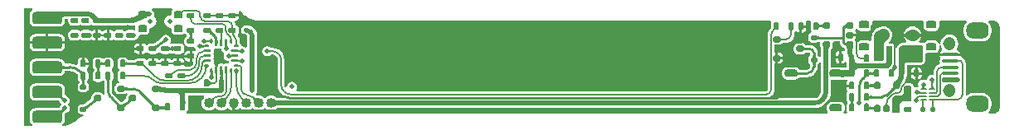
<source format=gtl>
G04*
G04 #@! TF.GenerationSoftware,Altium Limited,Altium Designer,20.1.7 (139)*
G04*
G04 Layer_Physical_Order=1*
G04 Layer_Color=255*
%FSLAX25Y25*%
%MOIN*%
G70*
G04*
G04 #@! TF.SameCoordinates,AE6903BA-CC81-4101-B740-E620CA86DFFE*
G04*
G04*
G04 #@! TF.FilePolarity,Positive*
G04*
G01*
G75*
%ADD10C,0.00600*%
%ADD11C,0.01000*%
%ADD12C,0.02000*%
%ADD13C,0.00800*%
G04:AMPARAMS|DCode=14|XSize=20mil|YSize=25mil|CornerRadius=5mil|HoleSize=0mil|Usage=FLASHONLY|Rotation=90.000|XOffset=0mil|YOffset=0mil|HoleType=Round|Shape=RoundedRectangle|*
%AMROUNDEDRECTD14*
21,1,0.02000,0.01500,0,0,90.0*
21,1,0.01000,0.02500,0,0,90.0*
1,1,0.01000,0.00750,0.00500*
1,1,0.01000,0.00750,-0.00500*
1,1,0.01000,-0.00750,-0.00500*
1,1,0.01000,-0.00750,0.00500*
%
%ADD14ROUNDEDRECTD14*%
G04:AMPARAMS|DCode=15|XSize=50mil|YSize=30mil|CornerRadius=7.5mil|HoleSize=0mil|Usage=FLASHONLY|Rotation=180.000|XOffset=0mil|YOffset=0mil|HoleType=Round|Shape=RoundedRectangle|*
%AMROUNDEDRECTD15*
21,1,0.05000,0.01500,0,0,180.0*
21,1,0.03500,0.03000,0,0,180.0*
1,1,0.01500,-0.01750,0.00750*
1,1,0.01500,0.01750,0.00750*
1,1,0.01500,0.01750,-0.00750*
1,1,0.01500,-0.01750,-0.00750*
%
%ADD15ROUNDEDRECTD15*%
G04:AMPARAMS|DCode=16|XSize=30mil|YSize=22mil|CornerRadius=5.5mil|HoleSize=0mil|Usage=FLASHONLY|Rotation=270.000|XOffset=0mil|YOffset=0mil|HoleType=Round|Shape=RoundedRectangle|*
%AMROUNDEDRECTD16*
21,1,0.03000,0.01100,0,0,270.0*
21,1,0.01900,0.02200,0,0,270.0*
1,1,0.01100,-0.00550,-0.00950*
1,1,0.01100,-0.00550,0.00950*
1,1,0.01100,0.00550,0.00950*
1,1,0.01100,0.00550,-0.00950*
%
%ADD16ROUNDEDRECTD16*%
G04:AMPARAMS|DCode=17|XSize=60mil|YSize=16mil|CornerRadius=4mil|HoleSize=0mil|Usage=FLASHONLY|Rotation=270.000|XOffset=0mil|YOffset=0mil|HoleType=Round|Shape=RoundedRectangle|*
%AMROUNDEDRECTD17*
21,1,0.06000,0.00800,0,0,270.0*
21,1,0.05200,0.01600,0,0,270.0*
1,1,0.00800,-0.00400,-0.02600*
1,1,0.00800,-0.00400,0.02600*
1,1,0.00800,0.00400,0.02600*
1,1,0.00800,0.00400,-0.02600*
%
%ADD17ROUNDEDRECTD17*%
G04:AMPARAMS|DCode=18|XSize=24mil|YSize=30mil|CornerRadius=6mil|HoleSize=0mil|Usage=FLASHONLY|Rotation=90.000|XOffset=0mil|YOffset=0mil|HoleType=Round|Shape=RoundedRectangle|*
%AMROUNDEDRECTD18*
21,1,0.02400,0.01800,0,0,90.0*
21,1,0.01200,0.03000,0,0,90.0*
1,1,0.01200,0.00900,0.00600*
1,1,0.01200,0.00900,-0.00600*
1,1,0.01200,-0.00900,-0.00600*
1,1,0.01200,-0.00900,0.00600*
%
%ADD18ROUNDEDRECTD18*%
G04:AMPARAMS|DCode=19|XSize=8mil|YSize=24mil|CornerRadius=2mil|HoleSize=0mil|Usage=FLASHONLY|Rotation=90.000|XOffset=0mil|YOffset=0mil|HoleType=Round|Shape=RoundedRectangle|*
%AMROUNDEDRECTD19*
21,1,0.00800,0.02000,0,0,90.0*
21,1,0.00400,0.02400,0,0,90.0*
1,1,0.00400,0.01000,0.00200*
1,1,0.00400,0.01000,-0.00200*
1,1,0.00400,-0.01000,-0.00200*
1,1,0.00400,-0.01000,0.00200*
%
%ADD19ROUNDEDRECTD19*%
G04:AMPARAMS|DCode=20|XSize=12mil|YSize=64mil|CornerRadius=3mil|HoleSize=0mil|Usage=FLASHONLY|Rotation=270.000|XOffset=0mil|YOffset=0mil|HoleType=Round|Shape=RoundedRectangle|*
%AMROUNDEDRECTD20*
21,1,0.01200,0.05800,0,0,270.0*
21,1,0.00600,0.06400,0,0,270.0*
1,1,0.00600,-0.02900,-0.00300*
1,1,0.00600,-0.02900,0.00300*
1,1,0.00600,0.02900,0.00300*
1,1,0.00600,0.02900,-0.00300*
%
%ADD20ROUNDEDRECTD20*%
G04:AMPARAMS|DCode=21|XSize=20mil|YSize=20mil|CornerRadius=5mil|HoleSize=0mil|Usage=FLASHONLY|Rotation=90.000|XOffset=0mil|YOffset=0mil|HoleType=Round|Shape=RoundedRectangle|*
%AMROUNDEDRECTD21*
21,1,0.02000,0.01000,0,0,90.0*
21,1,0.01000,0.02000,0,0,90.0*
1,1,0.01000,0.00500,0.00500*
1,1,0.01000,0.00500,-0.00500*
1,1,0.01000,-0.00500,-0.00500*
1,1,0.01000,-0.00500,0.00500*
%
%ADD21ROUNDEDRECTD21*%
G04:AMPARAMS|DCode=22|XSize=30mil|YSize=22mil|CornerRadius=5.5mil|HoleSize=0mil|Usage=FLASHONLY|Rotation=180.000|XOffset=0mil|YOffset=0mil|HoleType=Round|Shape=RoundedRectangle|*
%AMROUNDEDRECTD22*
21,1,0.03000,0.01100,0,0,180.0*
21,1,0.01900,0.02200,0,0,180.0*
1,1,0.01100,-0.00950,0.00550*
1,1,0.01100,0.00950,0.00550*
1,1,0.01100,0.00950,-0.00550*
1,1,0.01100,-0.00950,-0.00550*
%
%ADD22ROUNDEDRECTD22*%
G04:AMPARAMS|DCode=23|XSize=24mil|YSize=30mil|CornerRadius=6mil|HoleSize=0mil|Usage=FLASHONLY|Rotation=0.000|XOffset=0mil|YOffset=0mil|HoleType=Round|Shape=RoundedRectangle|*
%AMROUNDEDRECTD23*
21,1,0.02400,0.01800,0,0,0.0*
21,1,0.01200,0.03000,0,0,0.0*
1,1,0.01200,0.00600,-0.00900*
1,1,0.01200,-0.00600,-0.00900*
1,1,0.01200,-0.00600,0.00900*
1,1,0.01200,0.00600,0.00900*
%
%ADD23ROUNDEDRECTD23*%
G04:AMPARAMS|DCode=24|XSize=50mil|YSize=120mil|CornerRadius=12.5mil|HoleSize=0mil|Usage=FLASHONLY|Rotation=270.000|XOffset=0mil|YOffset=0mil|HoleType=Round|Shape=RoundedRectangle|*
%AMROUNDEDRECTD24*
21,1,0.05000,0.09500,0,0,270.0*
21,1,0.02500,0.12000,0,0,270.0*
1,1,0.02500,-0.04750,-0.01250*
1,1,0.02500,-0.04750,0.01250*
1,1,0.02500,0.04750,0.01250*
1,1,0.02500,0.04750,-0.01250*
%
%ADD24ROUNDEDRECTD24*%
G04:AMPARAMS|DCode=25|XSize=10mil|YSize=30mil|CornerRadius=2.5mil|HoleSize=0mil|Usage=FLASHONLY|Rotation=0.000|XOffset=0mil|YOffset=0mil|HoleType=Round|Shape=RoundedRectangle|*
%AMROUNDEDRECTD25*
21,1,0.01000,0.02500,0,0,0.0*
21,1,0.00500,0.03000,0,0,0.0*
1,1,0.00500,0.00250,-0.01250*
1,1,0.00500,-0.00250,-0.01250*
1,1,0.00500,-0.00250,0.01250*
1,1,0.00500,0.00250,0.01250*
%
%ADD25ROUNDEDRECTD25*%
G04:AMPARAMS|DCode=26|XSize=10mil|YSize=20mil|CornerRadius=2.5mil|HoleSize=0mil|Usage=FLASHONLY|Rotation=0.000|XOffset=0mil|YOffset=0mil|HoleType=Round|Shape=RoundedRectangle|*
%AMROUNDEDRECTD26*
21,1,0.01000,0.01500,0,0,0.0*
21,1,0.00500,0.02000,0,0,0.0*
1,1,0.00500,0.00250,-0.00750*
1,1,0.00500,-0.00250,-0.00750*
1,1,0.00500,-0.00250,0.00750*
1,1,0.00500,0.00250,0.00750*
%
%ADD26ROUNDEDRECTD26*%
G04:AMPARAMS|DCode=27|XSize=10mil|YSize=30mil|CornerRadius=2.5mil|HoleSize=0mil|Usage=FLASHONLY|Rotation=270.000|XOffset=0mil|YOffset=0mil|HoleType=Round|Shape=RoundedRectangle|*
%AMROUNDEDRECTD27*
21,1,0.01000,0.02500,0,0,270.0*
21,1,0.00500,0.03000,0,0,270.0*
1,1,0.00500,-0.01250,-0.00250*
1,1,0.00500,-0.01250,0.00250*
1,1,0.00500,0.01250,0.00250*
1,1,0.00500,0.01250,-0.00250*
%
%ADD27ROUNDEDRECTD27*%
G04:AMPARAMS|DCode=28|XSize=10mil|YSize=20mil|CornerRadius=2.5mil|HoleSize=0mil|Usage=FLASHONLY|Rotation=270.000|XOffset=0mil|YOffset=0mil|HoleType=Round|Shape=RoundedRectangle|*
%AMROUNDEDRECTD28*
21,1,0.01000,0.01500,0,0,270.0*
21,1,0.00500,0.02000,0,0,270.0*
1,1,0.00500,-0.00750,-0.00250*
1,1,0.00500,-0.00750,0.00250*
1,1,0.00500,0.00750,0.00250*
1,1,0.00500,0.00750,-0.00250*
%
%ADD28ROUNDEDRECTD28*%
G04:AMPARAMS|DCode=29|XSize=42mil|YSize=30mil|CornerRadius=7.5mil|HoleSize=0mil|Usage=FLASHONLY|Rotation=180.000|XOffset=0mil|YOffset=0mil|HoleType=Round|Shape=RoundedRectangle|*
%AMROUNDEDRECTD29*
21,1,0.04200,0.01500,0,0,180.0*
21,1,0.02700,0.03000,0,0,180.0*
1,1,0.01500,-0.01350,0.00750*
1,1,0.01500,0.01350,0.00750*
1,1,0.01500,0.01350,-0.00750*
1,1,0.01500,-0.01350,-0.00750*
%
%ADD29ROUNDEDRECTD29*%
G04:AMPARAMS|DCode=30|XSize=35mil|YSize=30mil|CornerRadius=7.5mil|HoleSize=0mil|Usage=FLASHONLY|Rotation=180.000|XOffset=0mil|YOffset=0mil|HoleType=Round|Shape=RoundedRectangle|*
%AMROUNDEDRECTD30*
21,1,0.03500,0.01500,0,0,180.0*
21,1,0.02000,0.03000,0,0,180.0*
1,1,0.01500,-0.01000,0.00750*
1,1,0.01500,0.01000,0.00750*
1,1,0.01500,0.01000,-0.00750*
1,1,0.01500,-0.01000,-0.00750*
%
%ADD30ROUNDEDRECTD30*%
%ADD31C,0.02800*%
%ADD32C,0.05000*%
%ADD33C,0.04000*%
%ADD34C,0.02000*%
%ADD35O,0.05000X0.05400*%
G04:AMPARAMS|DCode=36|XSize=90mil|YSize=68mil|CornerRadius=27.2mil|HoleSize=0mil|Usage=FLASHONLY|Rotation=0.000|XOffset=0mil|YOffset=0mil|HoleType=Round|Shape=RoundedRectangle|*
%AMROUNDEDRECTD36*
21,1,0.09000,0.01360,0,0,0.0*
21,1,0.03560,0.06800,0,0,0.0*
1,1,0.05440,0.01780,-0.00680*
1,1,0.05440,-0.01780,-0.00680*
1,1,0.05440,-0.01780,0.00680*
1,1,0.05440,0.01780,0.00680*
%
%ADD36ROUNDEDRECTD36*%
G36*
X83786Y44906D02*
X83707Y44982D01*
X83627Y45050D01*
X83546Y45110D01*
X83463Y45162D01*
X83380Y45206D01*
X83295Y45242D01*
X83210Y45270D01*
X83123Y45290D01*
X83035Y45302D01*
X83023Y45303D01*
Y45009D01*
X83017Y45065D01*
X82998Y45116D01*
X82967Y45160D01*
X82924Y45199D01*
X82868Y45232D01*
X82799Y45259D01*
X82718Y45279D01*
X82625Y45294D01*
X82520Y45303D01*
X82402Y45306D01*
Y45906D01*
X82520Y45909D01*
X82625Y45918D01*
X82718Y45933D01*
X82799Y45954D01*
X82868Y45981D01*
X82924Y46014D01*
X82967Y46052D01*
X82998Y46097D01*
X83017Y46147D01*
X83023Y46204D01*
Y45910D01*
X83035Y45910D01*
X83123Y45922D01*
X83210Y45942D01*
X83295Y45970D01*
X83380Y46006D01*
X83463Y46050D01*
X83546Y46102D01*
X83627Y46162D01*
X83707Y46230D01*
X83786Y46306D01*
Y44906D01*
D02*
G37*
G36*
X78786D02*
X78707Y44982D01*
X78627Y45050D01*
X78546Y45110D01*
X78463Y45162D01*
X78380Y45206D01*
X78295Y45242D01*
X78210Y45270D01*
X78123Y45290D01*
X78035Y45302D01*
X78023Y45303D01*
Y45009D01*
X78017Y45065D01*
X77998Y45116D01*
X77967Y45160D01*
X77924Y45199D01*
X77868Y45232D01*
X77799Y45259D01*
X77719Y45279D01*
X77625Y45294D01*
X77520Y45303D01*
X77402Y45306D01*
Y45906D01*
X77520Y45909D01*
X77625Y45918D01*
X77719Y45933D01*
X77799Y45954D01*
X77868Y45981D01*
X77924Y46014D01*
X77967Y46052D01*
X77998Y46097D01*
X78017Y46147D01*
X78023Y46204D01*
Y45910D01*
X78035Y45910D01*
X78123Y45922D01*
X78210Y45942D01*
X78295Y45970D01*
X78380Y46006D01*
X78463Y46050D01*
X78546Y46102D01*
X78627Y46162D01*
X78707Y46230D01*
X78786Y46306D01*
Y44906D01*
D02*
G37*
G36*
X3923Y48397D02*
X4104Y47797D01*
X3628Y47479D01*
X3131Y46734D01*
X2956Y45856D01*
Y43356D01*
X3131Y42478D01*
X3628Y41734D01*
X4372Y41237D01*
X5250Y41062D01*
X14750D01*
X15628Y41237D01*
X16372Y41734D01*
X16870Y42478D01*
X17044Y43356D01*
Y44116D01*
X17287Y44153D01*
X17475Y44167D01*
X18461D01*
X18470Y44156D01*
Y43056D01*
X18590Y42452D01*
X18933Y41939D01*
X19445Y41596D01*
X20050Y41476D01*
X21950D01*
X22555Y41596D01*
X23067Y41939D01*
X23433D01*
X23945Y41596D01*
X24550Y41476D01*
X26450D01*
X27055Y41596D01*
X27567Y41939D01*
X27933D01*
X28445Y41596D01*
X29050Y41476D01*
X30950D01*
X31229Y41531D01*
X32539Y41567D01*
X32739D01*
X33067Y41560D01*
X33125Y41555D01*
X33173Y41549D01*
X33180Y41550D01*
X33550Y41476D01*
X35450D01*
X35729Y41531D01*
X37039Y41567D01*
X37239D01*
X37567Y41560D01*
X37625Y41555D01*
X37673Y41549D01*
X37679Y41550D01*
X38050Y41476D01*
X39950D01*
X40229Y41531D01*
X41539Y41567D01*
X41739D01*
X42067Y41560D01*
X42125Y41555D01*
X42173Y41549D01*
X42180Y41550D01*
X42550Y41476D01*
X44450D01*
X44958Y41577D01*
X45286Y41365D01*
X45487Y41163D01*
X45466Y41056D01*
Y40132D01*
X45314Y39919D01*
X44866Y39654D01*
X44450Y39737D01*
X42550D01*
X41945Y39616D01*
X41432Y39274D01*
X41067D01*
X40555Y39616D01*
X39950Y39737D01*
X38050D01*
X37445Y39616D01*
X36933Y39274D01*
X36568D01*
X36055Y39616D01*
X35450Y39737D01*
X35000D01*
Y38714D01*
X35043Y38699D01*
X35100Y38693D01*
X35000D01*
Y38677D01*
X35008Y38666D01*
X35072Y38592D01*
X35145Y38520D01*
X35226Y38451D01*
X35000Y38428D01*
Y37606D01*
Y36955D01*
X35302D01*
X35226Y36876D01*
X35158Y36796D01*
X35098Y36715D01*
X35046Y36633D01*
X35002Y36549D01*
X35000Y36544D01*
Y36520D01*
X35202D01*
X35145Y36514D01*
X35094Y36495D01*
X35049Y36465D01*
X35010Y36422D01*
X35000Y36405D01*
Y35476D01*
X35450D01*
X36055Y35596D01*
X36568Y35939D01*
X36933D01*
X37445Y35596D01*
X38050Y35476D01*
X39950D01*
X40555Y35596D01*
X41067Y35939D01*
X41432D01*
X41945Y35596D01*
X42550Y35476D01*
X44450D01*
X45055Y35596D01*
X45084Y35616D01*
X45619Y35722D01*
X46281Y36164D01*
X46723Y36826D01*
X46807Y37249D01*
X47184Y37694D01*
X47457Y37772D01*
X49250D01*
X49933Y37908D01*
X50512Y38295D01*
X50898Y38873D01*
X51034Y39556D01*
Y40279D01*
X51498Y40660D01*
X51500Y40659D01*
X52436Y40846D01*
X53230Y41376D01*
X53761Y42170D01*
X53947Y43106D01*
X53761Y44043D01*
X53230Y44837D01*
X52765Y45148D01*
X52884Y45326D01*
X53039Y46106D01*
X52884Y46887D01*
X52442Y47548D01*
X52070Y47797D01*
X52252Y48397D01*
X60142Y48397D01*
X60264Y48229D01*
X60407Y47797D01*
X60101Y47339D01*
X59966Y46656D01*
Y45934D01*
X59502Y45553D01*
X59500Y45553D01*
X58564Y45367D01*
X57770Y44837D01*
X57239Y44043D01*
X57053Y43106D01*
X57239Y42170D01*
X57770Y41376D01*
X58564Y40846D01*
X59500Y40659D01*
X59502Y40660D01*
X59966Y40279D01*
Y39556D01*
X60101Y38873D01*
X60488Y38295D01*
X61067Y37908D01*
X61750Y37772D01*
X63750D01*
X64433Y37908D01*
X64816Y38164D01*
X65023Y38289D01*
X65564Y38041D01*
X65632Y37939D01*
X66005Y37690D01*
X66047Y37520D01*
Y37193D01*
X66005Y37023D01*
X65632Y36774D01*
X65290Y36261D01*
X65170Y35656D01*
Y34556D01*
X65290Y33952D01*
X65632Y33439D01*
X66145Y33096D01*
X66750Y32976D01*
X68650D01*
X68775Y33001D01*
X69467Y32572D01*
X69516Y32326D01*
X69763Y31957D01*
X69569Y31258D01*
X69255Y31116D01*
X68650Y31237D01*
X68200D01*
Y29106D01*
Y26976D01*
X68650D01*
X68674Y26956D01*
Y26228D01*
X68675Y26228D01*
X68576Y25732D01*
X68295Y25311D01*
X67874Y25030D01*
X67379Y24932D01*
X67378Y24932D01*
X65518D01*
X65026Y25532D01*
X65030Y25556D01*
Y25606D01*
X62500D01*
Y26106D01*
X62000D01*
Y26820D01*
X61800D01*
X61876Y26899D01*
X61944Y26980D01*
X62000Y27055D01*
Y27193D01*
X61900D01*
X61957Y27199D01*
X62000Y27214D01*
Y28237D01*
X61550D01*
X60945Y28116D01*
X60432Y27774D01*
X60361Y27667D01*
X59639D01*
X59567Y27774D01*
X59055Y28116D01*
X58450Y28237D01*
X58000D01*
Y26106D01*
X57000D01*
Y28237D01*
X56550D01*
X55945Y28116D01*
X55432Y27774D01*
X55361Y27667D01*
X54639D01*
X54567Y27774D01*
X54055Y28116D01*
X53450Y28237D01*
X53000D01*
Y27214D01*
X53043Y27199D01*
X53100Y27193D01*
X53000D01*
Y27055D01*
X53056Y26980D01*
X53124Y26899D01*
X53200Y26820D01*
X53000D01*
Y26106D01*
X52000D01*
Y26820D01*
X51800D01*
X51876Y26899D01*
X51944Y26980D01*
X52000Y27055D01*
Y27193D01*
X51900D01*
X51957Y27199D01*
X52000Y27214D01*
Y28237D01*
X51550D01*
X50945Y28116D01*
X50432Y27774D01*
X50361Y27667D01*
X49639D01*
X49567Y27774D01*
X49055Y28116D01*
X48450Y28237D01*
X46550D01*
X45945Y28116D01*
X45674Y27935D01*
X45655Y27929D01*
X45625Y27902D01*
X45432Y27774D01*
X45370Y27681D01*
X45355Y27668D01*
X45332Y27660D01*
X45280Y27648D01*
X45207Y27637D01*
X45191Y27636D01*
X42515D01*
X42510Y27661D01*
X42167Y28174D01*
X41655Y28516D01*
X41050Y28637D01*
X39950D01*
X39345Y28516D01*
X38833Y28174D01*
X38490Y27661D01*
X38370Y27056D01*
Y25156D01*
X38490Y24552D01*
X38833Y24039D01*
X38940Y23967D01*
Y23246D01*
X38833Y23174D01*
X38490Y22661D01*
X38370Y22056D01*
Y20156D01*
X38490Y19552D01*
X38833Y19039D01*
X38942Y18244D01*
X38860Y18138D01*
X38800D01*
X38176Y18013D01*
X37646Y17660D01*
X37293Y17131D01*
X37169Y16506D01*
Y15306D01*
X37293Y14682D01*
X37646Y14153D01*
X38176Y13799D01*
X38800Y13675D01*
X40600D01*
X41224Y13799D01*
X41754Y14153D01*
X42189Y13782D01*
X42191Y13777D01*
X41893Y13331D01*
X41769Y12706D01*
Y12022D01*
X41611Y11869D01*
X40287Y10775D01*
X40113Y10641D01*
X39975Y10550D01*
X39954Y10538D01*
X39671D01*
X39665Y10542D01*
X39427Y10742D01*
X36658Y13511D01*
X36656Y13513D01*
X36654Y13515D01*
X36652Y13517D01*
X36319Y13979D01*
X36172Y14199D01*
X36019Y14968D01*
X36029Y15018D01*
X36029Y15024D01*
X36029Y15026D01*
X36029Y15027D01*
Y18797D01*
X36031Y18813D01*
X36042Y18886D01*
X36054Y18938D01*
X36061Y18962D01*
X36074Y18977D01*
X36167Y19039D01*
X36296Y19231D01*
X36323Y19262D01*
X36329Y19280D01*
X36510Y19552D01*
X36630Y20156D01*
Y22056D01*
X36510Y22661D01*
X36167Y23174D01*
X36060Y23246D01*
Y23967D01*
X36167Y24039D01*
X36510Y24552D01*
X36630Y25156D01*
Y27056D01*
X36510Y27661D01*
X36167Y28174D01*
X35655Y28516D01*
X35050Y28637D01*
X33950D01*
X33345Y28516D01*
X32872Y28200D01*
X32696Y28125D01*
X32304D01*
X32128Y28200D01*
X31655Y28516D01*
X31050Y28637D01*
X29950D01*
X29345Y28516D01*
X28833Y28174D01*
X28490Y27661D01*
X28370Y27056D01*
Y25156D01*
X28490Y24552D01*
X28671Y24280D01*
X28677Y24261D01*
X28704Y24231D01*
X28833Y24039D01*
X28926Y23977D01*
X28939Y23962D01*
X28946Y23938D01*
X28958Y23886D01*
X28969Y23813D01*
X28971Y23797D01*
Y23415D01*
X28969Y23400D01*
X28958Y23326D01*
X28946Y23274D01*
X28939Y23251D01*
X28926Y23236D01*
X28833Y23174D01*
X28704Y22982D01*
X28677Y22951D01*
X28671Y22932D01*
X28490Y22661D01*
X28370Y22056D01*
Y20156D01*
X28490Y19552D01*
X28833Y19039D01*
X29345Y18696D01*
X29950Y18576D01*
X31050D01*
X31655Y18696D01*
X32148Y19026D01*
X32202Y19050D01*
X32809Y19039D01*
X32872Y19013D01*
X32926Y18977D01*
X32939Y18962D01*
X32946Y18938D01*
X32958Y18886D01*
X32969Y18813D01*
X32971Y18797D01*
Y15614D01*
X32956Y15021D01*
X32956Y15021D01*
X33030Y14451D01*
X33116Y13798D01*
X32662Y13546D01*
X32578Y13523D01*
X32353Y13860D01*
X31824Y14213D01*
X31200Y14338D01*
X29400D01*
X28776Y14213D01*
X28247Y13860D01*
X27893Y13331D01*
X27769Y12706D01*
Y12100D01*
X27618Y11961D01*
X24923Y9870D01*
X24739Y9738D01*
X24593Y9647D01*
X24573Y9636D01*
X23750D01*
X23165Y9519D01*
X22669Y9188D01*
X22337Y8692D01*
X22221Y8106D01*
Y7106D01*
X22337Y6521D01*
X22669Y6025D01*
X23165Y5693D01*
X23750Y5577D01*
X24444D01*
X24563Y4977D01*
X23853Y4683D01*
X23786Y4638D01*
X23712Y4607D01*
X22343Y3692D01*
X22300Y3650D01*
X22248Y3619D01*
X21637Y3065D01*
X21625Y3049D01*
X21608Y3037D01*
X21080Y2509D01*
X19838Y1679D01*
X18457Y1107D01*
X16992Y816D01*
X16078D01*
X15895Y1416D01*
X16372Y1734D01*
X16870Y2478D01*
X17044Y3356D01*
Y5856D01*
X17540Y6174D01*
X17780Y6222D01*
X18442Y6664D01*
X18884Y7326D01*
X19039Y8106D01*
X18884Y8887D01*
X18722Y9130D01*
X18472Y9606D01*
X18722Y10083D01*
X18884Y10326D01*
X19039Y11106D01*
X18884Y11887D01*
X18442Y12548D01*
X17780Y12990D01*
X17542Y13038D01*
X17044Y13356D01*
Y15856D01*
X16870Y16734D01*
X16372Y17479D01*
X15628Y17976D01*
X14750Y18150D01*
X5250D01*
X4372Y17976D01*
X3628Y17479D01*
X3131Y16734D01*
X2956Y15856D01*
Y13356D01*
X3131Y12478D01*
X3628Y11734D01*
X4372Y11237D01*
X5250Y11062D01*
X14750D01*
X15068Y10566D01*
X15116Y10326D01*
X15278Y10083D01*
X15528Y9606D01*
X15278Y9130D01*
X15116Y8887D01*
X15069Y8649D01*
X14750Y8150D01*
X5250D01*
X4372Y7976D01*
X3628Y7479D01*
X3131Y6734D01*
X2956Y5856D01*
Y3356D01*
X3131Y2478D01*
X3628Y1734D01*
X4104Y1416D01*
X3923Y816D01*
X816D01*
Y48397D01*
X3923D01*
D02*
G37*
G36*
X80293Y46230D02*
X80373Y46162D01*
X80454Y46102D01*
X80537Y46050D01*
X80620Y46006D01*
X80705Y45970D01*
X80790Y45942D01*
X80877Y45922D01*
X80965Y45910D01*
X80977Y45910D01*
Y46204D01*
X80983Y46147D01*
X81002Y46097D01*
X81033Y46052D01*
X81076Y46014D01*
X81132Y45981D01*
X81201Y45954D01*
X81282Y45933D01*
X81375Y45918D01*
X81480Y45909D01*
X81599Y45906D01*
Y45306D01*
X81480Y45303D01*
X81375Y45294D01*
X81282Y45279D01*
X81201Y45259D01*
X81132Y45232D01*
X81076Y45199D01*
X81033Y45160D01*
X81002Y45116D01*
X80983Y45065D01*
X80977Y45009D01*
Y45303D01*
X80965Y45302D01*
X80877Y45290D01*
X80790Y45270D01*
X80705Y45242D01*
X80620Y45206D01*
X80537Y45162D01*
X80454Y45110D01*
X80373Y45050D01*
X80293Y44982D01*
X80214Y44906D01*
Y46306D01*
X80293Y46230D01*
D02*
G37*
G36*
X75293D02*
X75373Y46162D01*
X75454Y46102D01*
X75537Y46050D01*
X75620Y46006D01*
X75705Y45970D01*
X75790Y45942D01*
X75877Y45922D01*
X75965Y45910D01*
X75977Y45910D01*
Y46204D01*
X75983Y46147D01*
X76002Y46097D01*
X76033Y46052D01*
X76076Y46014D01*
X76132Y45981D01*
X76201Y45954D01*
X76281Y45933D01*
X76375Y45918D01*
X76480Y45909D01*
X76599Y45906D01*
Y45306D01*
X76480Y45303D01*
X76375Y45294D01*
X76281Y45279D01*
X76201Y45259D01*
X76132Y45232D01*
X76076Y45199D01*
X76033Y45160D01*
X76002Y45116D01*
X75983Y45065D01*
X75977Y45009D01*
Y45303D01*
X75965Y45302D01*
X75877Y45290D01*
X75790Y45270D01*
X75705Y45242D01*
X75620Y45206D01*
X75537Y45162D01*
X75454Y45110D01*
X75373Y45050D01*
X75293Y44982D01*
X75214Y44906D01*
Y46306D01*
X75293Y46230D01*
D02*
G37*
G36*
X42340Y42549D02*
X42304Y42560D01*
X42230Y42570D01*
X42117Y42579D01*
X41627Y42590D01*
X40160Y42549D01*
Y44663D01*
X40196Y44652D01*
X40271Y44643D01*
X40383Y44634D01*
X40873Y44623D01*
X42340Y44663D01*
Y42549D01*
D02*
G37*
G36*
X37840D02*
X37804Y42560D01*
X37729Y42570D01*
X37617Y42579D01*
X37127Y42590D01*
X35660Y42549D01*
Y44663D01*
X35696Y44652D01*
X35770Y44643D01*
X35883Y44634D01*
X36373Y44623D01*
X37840Y44663D01*
Y42549D01*
D02*
G37*
G36*
X33340D02*
X33304Y42560D01*
X33230Y42570D01*
X33117Y42579D01*
X32627Y42590D01*
X31160Y42549D01*
Y44663D01*
X31196Y44652D01*
X31271Y44643D01*
X31383Y44634D01*
X31873Y44623D01*
X33340Y44663D01*
Y42549D01*
D02*
G37*
G36*
X17999Y45206D02*
X17559Y45196D01*
X17172Y45166D01*
X16838Y45116D01*
X16557Y45046D01*
X16330Y44956D01*
X16155Y44846D01*
X16033Y44716D01*
X15965Y44566D01*
X15949Y44396D01*
X15987Y44206D01*
X15073Y47062D01*
X15039Y47090D01*
X15077Y47114D01*
X15186Y47136D01*
X15366Y47155D01*
X15940Y47183D01*
X17945Y47206D01*
X17999Y45206D01*
D02*
G37*
G36*
X68142Y44515D02*
X68112Y44500D01*
X68086Y44476D01*
X68063Y44442D01*
X68044Y44398D01*
X68028Y44344D01*
X68016Y44281D01*
X68007Y44208D01*
X68002Y44125D01*
X68000Y44032D01*
X67400D01*
X67398Y44125D01*
X67384Y44281D01*
X67372Y44344D01*
X67356Y44398D01*
X67337Y44442D01*
X67314Y44476D01*
X67287Y44500D01*
X67258Y44515D01*
X67224Y44520D01*
X68176D01*
X68142Y44515D01*
D02*
G37*
G36*
X49250Y44404D02*
X49181Y44393D01*
X49066Y44359D01*
X48698Y44226D01*
X46498Y43290D01*
X46473Y43311D01*
X44838Y42668D01*
X44450Y44705D01*
X44486Y44709D01*
X44554Y44730D01*
X44656Y44766D01*
X45305Y45042D01*
X45993Y45423D01*
X46279Y45626D01*
X46494Y45820D01*
X46639Y46004D01*
X46712Y46179D01*
X46716Y46345D01*
X46648Y46501D01*
X46510Y46648D01*
X49250Y44404D01*
D02*
G37*
G36*
X321970Y40413D02*
X321958Y40507D01*
X321923Y40591D01*
X321865Y40665D01*
X321783Y40729D01*
X321678Y40783D01*
X321549Y40827D01*
X321397Y40862D01*
X321221Y40887D01*
X321023Y40901D01*
X320959Y40903D01*
X320900Y40901D01*
X320724Y40886D01*
X320568Y40861D01*
X320435Y40826D01*
X320323Y40781D01*
X320232Y40726D01*
X320164Y40661D01*
X320116Y40586D01*
X320091Y40501D01*
X320087Y40406D01*
X319953Y42400D01*
X319971Y42306D01*
X320010Y42222D01*
X320070Y42148D01*
X320152Y42084D01*
X320256Y42030D01*
X320381Y41985D01*
X320528Y41951D01*
X320697Y41926D01*
X320887Y41911D01*
X320953Y41910D01*
X321023Y41911D01*
X321397Y41951D01*
X321549Y41985D01*
X321678Y42030D01*
X321783Y42084D01*
X321865Y42148D01*
X321923Y42222D01*
X321958Y42306D01*
X321970Y42400D01*
Y40413D01*
D02*
G37*
G36*
X84802Y41107D02*
X84818Y40943D01*
X84832Y40877D01*
X84850Y40821D01*
X84872Y40775D01*
X84898Y40739D01*
X84928Y40713D01*
X84961Y40698D01*
X84999Y40693D01*
X84001D01*
X84039Y40698D01*
X84072Y40713D01*
X84102Y40739D01*
X84128Y40775D01*
X84150Y40821D01*
X84168Y40877D01*
X84182Y40943D01*
X84192Y41020D01*
X84198Y41107D01*
X84200Y41204D01*
X84800D01*
X84802Y41107D01*
D02*
G37*
G36*
X331380Y40399D02*
X331371Y40444D01*
X331347Y40475D01*
X331306Y40493D01*
X331248Y40497D01*
X331175Y40487D01*
X331084Y40463D01*
X330978Y40426D01*
X330855Y40374D01*
X330561Y40230D01*
X330272Y41571D01*
X330430Y41656D01*
X330840Y41913D01*
X330956Y41999D01*
X331155Y42171D01*
X331240Y42257D01*
X331313Y42344D01*
X331376Y42430D01*
X331380Y40399D01*
D02*
G37*
G36*
X347516Y39726D02*
X348219Y39022D01*
X348600Y38103D01*
X348600Y37606D01*
X348600Y37606D01*
X348604Y37269D01*
X348429Y36616D01*
X348084Y36036D01*
X347595Y35570D01*
X347297Y35412D01*
Y35412D01*
X347063Y35275D01*
X346663Y34914D01*
X346376Y34457D01*
X346222Y33940D01*
X346200Y33670D01*
Y28106D01*
X346200Y27907D01*
X346048Y27540D01*
X345766Y27259D01*
X345399Y27106D01*
X345200Y27106D01*
X345200D01*
X342600Y27106D01*
X342520Y27106D01*
X342373Y27167D01*
X342261Y27280D01*
X342200Y27427D01*
X342200Y27506D01*
Y27506D01*
X342200Y36206D01*
X342200Y36590D01*
X342350Y37344D01*
X342644Y38054D01*
X343071Y38692D01*
X343614Y39235D01*
X344252Y39662D01*
X344962Y39956D01*
X345716Y40106D01*
X346100Y40106D01*
X346100D01*
X346597Y40106D01*
X347516Y39726D01*
D02*
G37*
G36*
X75931Y39845D02*
X75904Y39754D01*
X75905Y39649D01*
X75935Y39529D01*
X75993Y39395D01*
X76079Y39246D01*
X76193Y39083D01*
X76336Y38906D01*
X76706Y38508D01*
X75999Y37801D01*
X75792Y38000D01*
X75423Y38313D01*
X75260Y38428D01*
X75112Y38514D01*
X74977Y38572D01*
X74858Y38601D01*
X74752Y38602D01*
X74661Y38575D01*
X74584Y38520D01*
X74885Y38821D01*
X75462Y39880D01*
X75476Y39841D01*
X75496Y39799D01*
X75524Y39752D01*
X75559Y39700D01*
X75649Y39585D01*
X75986Y39922D01*
X75931Y39845D01*
D02*
G37*
G36*
X309719Y39678D02*
X309652Y39651D01*
X309593Y39607D01*
X309542Y39546D01*
X309498Y39467D01*
X309463Y39370D01*
X309435Y39256D01*
X309416Y39124D01*
X309404Y38975D01*
X309400Y38808D01*
X308600D01*
X308596Y38975D01*
X308584Y39124D01*
X308565Y39256D01*
X308537Y39370D01*
X308502Y39467D01*
X308458Y39546D01*
X308407Y39607D01*
X308348Y39651D01*
X308281Y39678D01*
X308207Y39686D01*
X309793D01*
X309719Y39678D01*
D02*
G37*
G36*
X316813Y43476D02*
X317133Y42876D01*
X316990Y42661D01*
X316870Y42056D01*
Y40156D01*
X316990Y39551D01*
X317223Y39202D01*
X317087Y38680D01*
X316996Y38545D01*
X316865Y38519D01*
X316369Y38188D01*
X316037Y37692D01*
X315921Y37106D01*
Y36106D01*
X316037Y35521D01*
X316369Y35025D01*
X316865Y34693D01*
X317450Y34577D01*
X318950D01*
X319535Y34693D01*
X319779Y34856D01*
X319791Y34860D01*
X320184Y34946D01*
X320556Y34753D01*
X320783Y34477D01*
X320769Y34406D01*
Y33206D01*
X320893Y32582D01*
X320894Y32581D01*
X320961Y31426D01*
Y30367D01*
X320953Y30040D01*
X320949Y29981D01*
X320943Y29933D01*
X320943Y29927D01*
X320870Y29556D01*
Y28986D01*
X320270Y28831D01*
X320031Y29188D01*
X319729Y29390D01*
Y30406D01*
X319724Y30433D01*
X319618Y31242D01*
X319295Y32020D01*
X318782Y32689D01*
X318114Y33202D01*
X317335Y33524D01*
X316527Y33630D01*
X316500Y33636D01*
X314950D01*
X314901Y33639D01*
X314754Y33860D01*
X314224Y34214D01*
X313600Y34338D01*
X311800D01*
X311176Y34214D01*
X310647Y33860D01*
X310293Y33331D01*
X310169Y32706D01*
Y31506D01*
X310293Y30882D01*
X310647Y30353D01*
X311176Y29999D01*
X311800Y29875D01*
X313600D01*
X314224Y29999D01*
X314754Y30353D01*
X314897Y30568D01*
X314985Y30577D01*
X316500D01*
Y30569D01*
X316615Y30521D01*
X316662Y30406D01*
X316671D01*
Y29390D01*
X316369Y29188D01*
X316037Y28692D01*
X315921Y28106D01*
Y27106D01*
X316037Y26521D01*
X316369Y26025D01*
X316671Y25823D01*
Y24806D01*
X316672Y24802D01*
X316583Y24358D01*
X316329Y23977D01*
X315949Y23723D01*
X315505Y23635D01*
X315500Y23636D01*
X312334D01*
X312012Y24118D01*
X311433Y24505D01*
X310750Y24641D01*
X307250D01*
X306567Y24505D01*
X305988Y24118D01*
X305602Y23539D01*
X305466Y22856D01*
Y21356D01*
X305602Y20674D01*
X305988Y20095D01*
X306567Y19708D01*
X307250Y19572D01*
X310750D01*
X311433Y19708D01*
X312012Y20095D01*
X312334Y20577D01*
X315500D01*
Y20570D01*
X316596Y20714D01*
X317618Y21138D01*
X318495Y21811D01*
X319169Y22688D01*
X319592Y23710D01*
X319736Y24806D01*
X319729D01*
Y25823D01*
X320031Y26025D01*
X320349Y26500D01*
X320398Y26509D01*
X320952Y26389D01*
X320961Y26067D01*
Y14706D01*
X320980Y14608D01*
X320802Y13711D01*
X320238Y12868D01*
X319395Y12304D01*
X318498Y12126D01*
X318400Y12145D01*
X300919D01*
X300688Y12684D01*
X300693Y12745D01*
X301354Y13253D01*
X301883Y13942D01*
X302215Y14745D01*
X302328Y15606D01*
X302326D01*
Y26014D01*
X302400Y26075D01*
X302800D01*
Y27097D01*
X302757Y27113D01*
X302700Y27119D01*
X302800D01*
Y28306D01*
Y30538D01*
X302400D01*
X302326Y30599D01*
Y33614D01*
X302400Y33675D01*
X304200D01*
X304824Y33799D01*
X305353Y34153D01*
X305571Y34479D01*
X306875D01*
Y34476D01*
X307795Y34597D01*
X308653Y34952D01*
X309389Y35517D01*
X309954Y36254D01*
X310309Y37111D01*
X310430Y38032D01*
X310427D01*
Y38878D01*
X310667Y39039D01*
X310700Y39088D01*
X311196D01*
X311372Y39013D01*
X311845Y38696D01*
X312450Y38576D01*
X312500D01*
Y39608D01*
X312459Y39623D01*
X312402Y39630D01*
X312500D01*
Y40157D01*
X312444Y40233D01*
X312376Y40313D01*
X312300Y40392D01*
X312500D01*
Y41106D01*
X313000D01*
Y41606D01*
X315130D01*
Y42056D01*
X315010Y42661D01*
X314867Y42876D01*
X315187Y43476D01*
X316813D01*
D02*
G37*
G36*
X361993Y43476D02*
X362429Y42876D01*
X362366Y42556D01*
Y41056D01*
X362502Y40374D01*
X362888Y39795D01*
X363467Y39408D01*
X364150Y39272D01*
X366850D01*
X367533Y39408D01*
X368112Y39795D01*
X368498Y40374D01*
X368634Y41056D01*
Y42556D01*
X368571Y42876D01*
X369007Y43476D01*
X379410D01*
X379614Y42876D01*
X379567Y42839D01*
X378971Y42062D01*
X378596Y41157D01*
X378468Y40186D01*
Y38826D01*
X378596Y37855D01*
X378971Y36950D01*
X379567Y36173D01*
X380344Y35577D01*
X381249Y35202D01*
X382220Y35074D01*
X385780D01*
X386751Y35202D01*
X387656Y35577D01*
X388433Y36173D01*
X389029Y36950D01*
X389404Y37855D01*
X389532Y38826D01*
Y40186D01*
X389404Y41157D01*
X389029Y42062D01*
X388433Y42839D01*
X388386Y42876D01*
X388590Y43476D01*
X390426D01*
X390953Y43371D01*
X391449Y43165D01*
X391896Y42867D01*
X392276Y42487D01*
X392575Y42040D01*
X392780Y41544D01*
X392885Y41017D01*
Y40748D01*
X392885Y8465D01*
Y8196D01*
X392780Y7669D01*
X392575Y7173D01*
X392276Y6726D01*
X391896Y6346D01*
X391449Y6047D01*
X390953Y5842D01*
X390426Y5737D01*
X390157Y5737D01*
X388590D01*
X388386Y6337D01*
X388433Y6373D01*
X389029Y7150D01*
X389404Y8055D01*
X389532Y9026D01*
Y10386D01*
X389404Y11357D01*
X389029Y12262D01*
X388433Y13039D01*
X387656Y13636D01*
X386751Y14011D01*
X385780Y14138D01*
X382220D01*
X381249Y14011D01*
X380344Y13636D01*
X379795Y13215D01*
X379284Y13478D01*
X379225Y13534D01*
Y26206D01*
X379247D01*
X379061Y27143D01*
X378530Y27937D01*
X377736Y28467D01*
X377519Y28510D01*
X377179Y29190D01*
X377186Y29224D01*
X376158D01*
X376116Y29208D01*
X376061Y29182D01*
X376012Y29153D01*
X376019Y29224D01*
X373000D01*
X369892D01*
Y29217D01*
X369886Y29224D01*
X368814D01*
X368875Y28917D01*
X369163Y28487D01*
Y28403D01*
X368875Y27973D01*
X368775Y27465D01*
Y26865D01*
X368857Y26453D01*
X368807Y26232D01*
X368553Y25761D01*
X367987Y25527D01*
X367360Y25046D01*
X366880Y24419D01*
X366577Y23689D01*
X366474Y22906D01*
X366475D01*
Y21951D01*
X366011Y21571D01*
X365800Y21612D01*
X365020Y21457D01*
X364358Y21015D01*
X363916Y20354D01*
X363781Y19677D01*
X363448Y19449D01*
X363194Y19348D01*
X362980Y19490D01*
X362200Y19646D01*
X361486Y19503D01*
X361420Y19490D01*
X361096Y19991D01*
X361168Y20039D01*
X361510Y20551D01*
X361630Y21156D01*
Y21606D01*
X360608D01*
X360593Y21563D01*
X360587Y21506D01*
Y21606D01*
X360000D01*
Y20629D01*
X360098D01*
X360041Y20623D01*
X360000Y20608D01*
Y19576D01*
X360050D01*
X360589Y19683D01*
X360655Y19696D01*
X360978Y19195D01*
X360924Y19159D01*
X360758Y19048D01*
X360316Y18387D01*
X360161Y17606D01*
X360274Y17038D01*
X359914Y16585D01*
X359811Y16523D01*
X359700Y16545D01*
X359119Y16430D01*
X359043Y16434D01*
X358807Y16528D01*
X358637Y16638D01*
X358453Y16800D01*
X358442Y16854D01*
X358442Y16854D01*
X358442Y16854D01*
X358320Y17148D01*
X358320Y17149D01*
X358320Y17149D01*
X358201Y17327D01*
X358100Y17479D01*
X358100Y17480D01*
X358100Y17480D01*
X357875Y17705D01*
X357874Y17705D01*
X357874Y17705D01*
X357701Y17821D01*
X357544Y17926D01*
X357544Y17926D01*
X357544Y17926D01*
X357250Y18048D01*
X357250Y18048D01*
X357250Y18048D01*
X357038Y18090D01*
X356860Y18126D01*
X356860Y18126D01*
X356859Y18126D01*
X356700Y18126D01*
X356700Y18126D01*
X356700Y18126D01*
X355398Y18126D01*
X355300Y18146D01*
X355202Y18126D01*
X355101Y18126D01*
X355101Y18126D01*
X355101Y18126D01*
X355038Y18113D01*
X355014Y18128D01*
X354790Y18359D01*
X354654Y18649D01*
X354693Y18732D01*
X354973Y19255D01*
X355025Y19425D01*
X355157Y19704D01*
X355163Y19725D01*
X355175Y19743D01*
X355338Y20125D01*
X355344Y20154D01*
X355359Y20179D01*
X355405Y20305D01*
X355412Y20352D01*
X355433Y20395D01*
X355450Y20461D01*
X355510Y20551D01*
X355630Y21156D01*
Y23056D01*
X355620Y23110D01*
X355620Y25552D01*
X355630Y25577D01*
X355654Y25587D01*
X360901Y25587D01*
X361000Y25567D01*
X361099Y25587D01*
X361199D01*
X361589Y25664D01*
X361682Y25703D01*
X361780Y25722D01*
X361864Y25778D01*
X361957Y25817D01*
X362287Y26038D01*
X362358Y26109D01*
X362442Y26164D01*
X362498Y26248D01*
X362569Y26319D01*
X362790Y26650D01*
X362828Y26742D01*
X362884Y26826D01*
X362903Y26924D01*
X362942Y27017D01*
X363020Y27407D01*
Y27508D01*
X363039Y27606D01*
X363020Y27705D01*
Y30008D01*
X363039Y30106D01*
X363261Y30315D01*
X363620Y30477D01*
X364150Y30372D01*
X366850D01*
X367533Y30508D01*
X368112Y30895D01*
X368498Y31473D01*
X368634Y32156D01*
Y33377D01*
X369234Y33417D01*
X369290Y32993D01*
X369643Y32141D01*
X369823Y31907D01*
X369594Y31251D01*
X369578Y31239D01*
X369163Y30962D01*
X368875Y30532D01*
X368814Y30224D01*
X369886D01*
X369892Y30232D01*
Y30224D01*
X373000D01*
X377186D01*
X377125Y30532D01*
X376837Y30962D01*
X376407Y31249D01*
X375900Y31350D01*
X375610Y31950D01*
X375757Y32141D01*
X376110Y32993D01*
X376230Y33906D01*
Y34306D01*
X376110Y35220D01*
X375757Y36071D01*
X375196Y36803D01*
X374465Y37363D01*
X373614Y37716D01*
X372700Y37837D01*
X371786Y37716D01*
X370935Y37363D01*
X370204Y36803D01*
X369643Y36071D01*
X369290Y35220D01*
X369170Y34306D01*
Y34040D01*
X368570Y33981D01*
X368498Y34339D01*
X368112Y34918D01*
X367533Y35305D01*
X366850Y35441D01*
X364150D01*
X363467Y35305D01*
X362888Y34918D01*
X362683Y34611D01*
X362664Y34590D01*
X362564Y34526D01*
X361999Y34405D01*
X361905Y34417D01*
X361864Y34435D01*
X361780Y34490D01*
X361682Y34510D01*
X361589Y34548D01*
X361199Y34626D01*
X361098D01*
X361000Y34646D01*
X360902Y34626D01*
X360672D01*
X360491Y35226D01*
X360963Y35841D01*
X361315Y36693D01*
X361380Y37182D01*
X361364Y37176D01*
X361164Y37074D01*
X360951Y36944D01*
X360724Y36784D01*
X360486Y36596D01*
X359969Y36132D01*
X359691Y35856D01*
Y39356D01*
X359969Y39081D01*
X360724Y38428D01*
X360951Y38269D01*
X361164Y38138D01*
X361364Y38037D01*
X361380Y38031D01*
X361315Y38520D01*
X360963Y39371D01*
X360402Y40102D01*
X359671Y40663D01*
X358819Y41016D01*
X357906Y41137D01*
X356992Y41016D01*
X356140Y40663D01*
X355409Y40102D01*
X354848Y39371D01*
X354496Y38520D01*
X354431Y38031D01*
X354447Y38037D01*
X354647Y38138D01*
X354860Y38269D01*
X355086Y38428D01*
X355326Y38617D01*
X355842Y39081D01*
X356120Y39356D01*
Y35856D01*
X355842Y36132D01*
X355086Y36784D01*
X354860Y36944D01*
X354647Y37074D01*
X354447Y37176D01*
X354431Y37182D01*
X354496Y36693D01*
X354848Y35841D01*
X355320Y35226D01*
X355139Y34626D01*
X354400D01*
X354002Y34626D01*
X354002Y34626D01*
X354002Y34626D01*
X353815Y34589D01*
X353612Y34549D01*
X353612Y34548D01*
X353612Y34548D01*
X352877Y34244D01*
X352877Y34244D01*
X352877Y34244D01*
X352692Y34121D01*
X352546Y34023D01*
X352546Y34023D01*
X352546Y34023D01*
X351983Y33460D01*
X351983Y33460D01*
X351983Y33460D01*
X351866Y33285D01*
X351762Y33130D01*
X351762Y33129D01*
X351762Y33129D01*
X351542Y32599D01*
X350904Y32578D01*
X350820Y32786D01*
X350781Y32980D01*
X350742Y33176D01*
X350742Y33176D01*
X350742Y33176D01*
X350727Y33213D01*
X350719Y33253D01*
X350696Y33286D01*
X350681Y33323D01*
X350681Y33323D01*
X350681Y33323D01*
X350567Y33495D01*
X350460Y33654D01*
X350460Y33654D01*
X350460Y33654D01*
X350432Y33682D01*
X350409Y33716D01*
X350376Y33738D01*
X350347Y33766D01*
X350347Y33766D01*
X350347Y33766D01*
X350194Y33869D01*
X350017Y33987D01*
X350017Y33987D01*
X350017Y33987D01*
X349980Y34003D01*
X349946Y34025D01*
X349906Y34033D01*
X349869Y34048D01*
X349869Y34048D01*
X349869Y34048D01*
X349664Y34089D01*
X349618Y34098D01*
X349598Y34106D01*
X349577Y34106D01*
X349479Y34126D01*
X349479Y34126D01*
X349479Y34126D01*
X349440Y34126D01*
X349400Y34134D01*
X348600D01*
X348474Y34245D01*
X348433Y34381D01*
X348476Y35001D01*
X348590Y35110D01*
X348591Y35110D01*
X348591Y35110D01*
X348787Y35298D01*
X348868Y35412D01*
X348961Y35515D01*
X349306Y36096D01*
X349352Y36227D01*
X349414Y36352D01*
X349589Y37005D01*
X349598Y37144D01*
X349623Y37281D01*
X349620Y37571D01*
X349625Y37606D01*
X349619Y37647D01*
X349619Y38103D01*
X349619Y38103D01*
X349619Y38103D01*
X349578Y38310D01*
X349542Y38493D01*
X349542Y38493D01*
X349542Y38493D01*
X349161Y39412D01*
X349161Y39413D01*
X349161Y39413D01*
X349050Y39579D01*
X348940Y39743D01*
X348940Y39743D01*
X348940Y39743D01*
X348623Y40061D01*
X348591Y40102D01*
X348549Y40135D01*
X348237Y40446D01*
X348237Y40447D01*
X348237Y40447D01*
X348031Y40584D01*
X347906Y40668D01*
X347906D01*
X347906Y40668D01*
X346987Y41048D01*
X346773Y41091D01*
X346597Y41126D01*
X346177Y41126D01*
X346094Y41137D01*
X346012Y41126D01*
X345716Y41126D01*
X345617Y41106D01*
X345517D01*
X344763Y40956D01*
X344671Y40918D01*
X344572Y40898D01*
X343862Y40604D01*
X343779Y40549D01*
X343686Y40510D01*
X343047Y40083D01*
X342976Y40012D01*
X342893Y39957D01*
X342350Y39413D01*
X342294Y39330D01*
X342223Y39259D01*
X341796Y38620D01*
X341758Y38527D01*
X341702Y38444D01*
X341408Y37734D01*
X341388Y37635D01*
X341350Y37543D01*
X341200Y36789D01*
Y36689D01*
X341180Y36590D01*
X341180Y36206D01*
X341180Y35594D01*
X340580Y35273D01*
X340533Y35305D01*
X339850Y35441D01*
X337150D01*
X336467Y35305D01*
X335888Y34918D01*
X335775Y34749D01*
X335138Y34875D01*
X335107Y35031D01*
X334753Y35560D01*
Y35853D01*
X335107Y36382D01*
X335172Y36706D01*
X335100D01*
X335094Y36820D01*
X335076Y36922D01*
X335046Y37012D01*
X335004Y37090D01*
X334991Y37106D01*
X334209D01*
X334194Y37065D01*
X334188Y37009D01*
X334188Y37106D01*
X333649D01*
X333573Y37050D01*
X333493Y36982D01*
X333414Y36906D01*
Y37106D01*
X332700D01*
Y38106D01*
X333414D01*
Y38306D01*
X333493Y38230D01*
X333573Y38162D01*
X333649Y38106D01*
X334188D01*
X334188Y38206D01*
X334194Y38149D01*
X334209Y38106D01*
X335231D01*
Y38206D01*
X335107Y38831D01*
X334952Y39064D01*
X334803Y39506D01*
X334952Y39949D01*
X335008Y40033D01*
X335517Y40110D01*
X335698Y40079D01*
X335888Y39795D01*
X336467Y39408D01*
X337150Y39272D01*
X339850D01*
X340533Y39408D01*
X341112Y39795D01*
X341498Y40374D01*
X341634Y41056D01*
Y42556D01*
X341571Y42876D01*
X342007Y43476D01*
X361993D01*
D02*
G37*
G36*
X85100Y38514D02*
X85053Y38496D01*
X85014Y38467D01*
X84985Y38425D01*
X84965Y38372D01*
X84954Y38307D01*
X84951Y38230D01*
X84958Y38142D01*
X84973Y38041D01*
X84997Y37929D01*
X84366Y37923D01*
X84335Y38036D01*
X84302Y38138D01*
X84265Y38227D01*
X84225Y38305D01*
X84182Y38370D01*
X84136Y38424D01*
X84087Y38466D01*
X84035Y38496D01*
X83980Y38514D01*
X83922Y38520D01*
X85155D01*
X85100Y38514D01*
D02*
G37*
G36*
X80541Y38542D02*
X80490Y38521D01*
X80446Y38489D01*
X80407Y38443D01*
X80374Y38385D01*
X80348Y38315D01*
X80327Y38232D01*
X80312Y38136D01*
X80303Y38028D01*
X80300Y37908D01*
X79700D01*
X79697Y38025D01*
X79688Y38131D01*
X79673Y38223D01*
X79652Y38303D01*
X79625Y38370D01*
X79592Y38425D01*
X79553Y38468D01*
X79508Y38498D01*
X79457Y38515D01*
X79400Y38520D01*
X80598Y38549D01*
X80541Y38542D01*
D02*
G37*
G36*
X68603Y38519D02*
X68519Y38489D01*
X68444Y38438D01*
X68379Y38366D01*
X68324Y38274D01*
X68280Y38162D01*
X68245Y38029D01*
X68220Y37876D01*
X68205Y37702D01*
X68200Y37508D01*
X67200D01*
X67195Y37702D01*
X67180Y37876D01*
X67155Y38029D01*
X67120Y38162D01*
X67076Y38274D01*
X67021Y38366D01*
X66956Y38438D01*
X66882Y38489D01*
X66797Y38519D01*
X66702Y38530D01*
X68698D01*
X68603Y38519D01*
D02*
G37*
G36*
X68205Y37011D02*
X68220Y36837D01*
X68245Y36684D01*
X68280Y36551D01*
X68324Y36439D01*
X68379Y36347D01*
X68444Y36275D01*
X68519Y36224D01*
X68603Y36193D01*
X68698Y36183D01*
X66702D01*
X66797Y36193D01*
X66882Y36224D01*
X66956Y36275D01*
X67021Y36347D01*
X67076Y36439D01*
X67120Y36551D01*
X67155Y36684D01*
X67180Y36837D01*
X67195Y37011D01*
X67200Y37205D01*
X68200D01*
X68205Y37011D01*
D02*
G37*
G36*
X84153Y36565D02*
X84283Y36160D01*
X84306Y36113D01*
X84328Y36077D01*
X84349Y36052D01*
X84369Y36039D01*
X83505D01*
X83524Y36053D01*
X83538Y36078D01*
X83547Y36113D01*
X83551Y36160D01*
X83549Y36217D01*
X83543Y36284D01*
X83516Y36452D01*
X83468Y36662D01*
X84123Y36680D01*
X84153Y36565D01*
D02*
G37*
G36*
X80301Y36579D02*
X80321Y36300D01*
X80333Y36230D01*
X80348Y36169D01*
X80365Y36120D01*
X80385Y36082D01*
X80407Y36055D01*
X80432Y36039D01*
X79568D01*
X79593Y36055D01*
X79615Y36082D01*
X79635Y36120D01*
X79652Y36169D01*
X79667Y36230D01*
X79679Y36300D01*
X79688Y36382D01*
X79699Y36579D01*
X79700Y36693D01*
X80300D01*
X80301Y36579D01*
D02*
G37*
G36*
X78257Y36723D02*
X78507Y36139D01*
X78516Y36083D01*
X78512Y36048D01*
X78495Y36033D01*
X78464Y36039D01*
X77536Y34781D01*
X77593Y34882D01*
X77630Y35001D01*
X77645Y35137D01*
X77640Y35292D01*
X77614Y35465D01*
X77567Y35656D01*
X77499Y35865D01*
X77411Y36092D01*
X77171Y36600D01*
X78166Y36901D01*
X78257Y36723D01*
D02*
G37*
G36*
X319356Y37391D02*
X319423Y37332D01*
X319504Y37279D01*
X319598Y37233D01*
X319706Y37194D01*
X319827Y37163D01*
X319962Y37138D01*
X320110Y37120D01*
X320272Y37110D01*
X320448Y37106D01*
Y36106D01*
X320272Y36103D01*
X319962Y36075D01*
X319827Y36050D01*
X319706Y36018D01*
X319598Y35980D01*
X319504Y35934D01*
X319423Y35881D01*
X319356Y35821D01*
X319302Y35754D01*
Y37458D01*
X319356Y37391D01*
D02*
G37*
G36*
X304756Y36628D02*
X304782Y36561D01*
X304825Y36501D01*
X304884Y36450D01*
X304961Y36406D01*
X305054Y36370D01*
X305165Y36342D01*
X305293Y36322D01*
X305438Y36310D01*
X305599Y36306D01*
Y35506D01*
X305438Y35502D01*
X305293Y35490D01*
X305165Y35471D01*
X305054Y35443D01*
X304961Y35407D01*
X304884Y35363D01*
X304825Y35311D01*
X304782Y35252D01*
X304756Y35184D01*
X304748Y35109D01*
Y36704D01*
X304756Y36628D01*
D02*
G37*
G36*
X75567Y35453D02*
X75710Y35460D01*
Y34753D01*
X75690Y34763D01*
X75651Y34772D01*
X75593Y34780D01*
X75567Y34782D01*
Y34506D01*
X75561Y34563D01*
X75543Y34614D01*
X75512Y34659D01*
X75469Y34698D01*
X75414Y34731D01*
X75347Y34758D01*
X75267Y34779D01*
X75176Y34794D01*
X75133Y34798D01*
X74663Y34806D01*
Y35406D01*
X75287Y35438D01*
X75347Y35454D01*
X75414Y35481D01*
X75469Y35514D01*
X75512Y35553D01*
X75543Y35598D01*
X75561Y35649D01*
X75567Y35706D01*
Y35453D01*
D02*
G37*
G36*
X73793Y35730D02*
X73873Y35662D01*
X73954Y35602D01*
X74037Y35550D01*
X74120Y35506D01*
X74205Y35470D01*
X74290Y35442D01*
X74377Y35422D01*
X74465Y35410D01*
X74554Y35406D01*
Y34806D01*
X74465Y34802D01*
X74377Y34790D01*
X74290Y34770D01*
X74205Y34742D01*
X74120Y34706D01*
X74037Y34662D01*
X73954Y34610D01*
X73873Y34550D01*
X73793Y34482D01*
X73714Y34406D01*
Y35806D01*
X73793Y35730D01*
D02*
G37*
G36*
X86303Y34035D02*
X86312Y33931D01*
X86327Y33839D01*
X86348Y33759D01*
X86375Y33692D01*
X86408Y33637D01*
X86447Y33594D01*
X86492Y33563D01*
X86543Y33545D01*
X86600Y33539D01*
X85400D01*
X85457Y33545D01*
X85508Y33563D01*
X85553Y33594D01*
X85592Y33637D01*
X85625Y33692D01*
X85652Y33759D01*
X85673Y33839D01*
X85688Y33931D01*
X85697Y34035D01*
X85700Y34151D01*
X86300D01*
X86303Y34035D01*
D02*
G37*
G36*
X332097Y33008D02*
X332017Y33065D01*
X331935Y33116D01*
X331850Y33160D01*
X331763Y33199D01*
X331673Y33232D01*
X331581Y33259D01*
X331486Y33279D01*
X331389Y33294D01*
X331290Y33303D01*
X331188Y33306D01*
Y34306D01*
X331290Y34309D01*
X331389Y34318D01*
X331486Y34333D01*
X331581Y34354D01*
X331673Y34381D01*
X331763Y34413D01*
X331850Y34452D01*
X331935Y34497D01*
X332017Y34548D01*
X332097Y34604D01*
Y33008D01*
D02*
G37*
G36*
X72230Y33681D02*
X72304Y33610D01*
X72381Y33547D01*
X72460Y33493D01*
X72540Y33448D01*
X72623Y33410D01*
X72707Y33381D01*
X72782Y33363D01*
X72806Y33364D01*
X72877Y33376D01*
X72937Y33391D01*
X72986Y33408D01*
X73024Y33428D01*
X73051Y33450D01*
X73068Y33476D01*
Y32611D01*
X73051Y32636D01*
X73024Y32659D01*
X72986Y32679D01*
X72937Y32696D01*
X72877Y32710D01*
X72806Y32722D01*
X72755Y32728D01*
X72669Y32709D01*
X72583Y32682D01*
X72496Y32648D01*
X72410Y32606D01*
X72324Y32557D01*
X72239Y32500D01*
X72153Y32435D01*
X72069Y32363D01*
X72157Y33760D01*
X72230Y33681D01*
D02*
G37*
G36*
X82272Y33671D02*
X82284Y33583D01*
X82305Y33497D01*
X82332Y33411D01*
X82368Y33326D01*
X82412Y33243D01*
X82464Y33161D01*
X82525Y33079D01*
X82592Y32999D01*
X82669Y32920D01*
X82291D01*
X82290Y32912D01*
X82280Y32830D01*
X82270Y32634D01*
X82269Y32519D01*
X81669D01*
X81667Y32634D01*
X81647Y32912D01*
X81646Y32920D01*
X81269D01*
X81344Y32999D01*
X81413Y33079D01*
X81472Y33161D01*
X81524Y33243D01*
X81568Y33326D01*
X81604Y33411D01*
X81633Y33497D01*
X81652Y33583D01*
X81665Y33671D01*
X81669Y33760D01*
X82269D01*
X82272Y33671D01*
D02*
G37*
G36*
X79262Y32179D02*
X79750Y32082D01*
X79954D01*
X80085Y31426D01*
X80527Y30764D01*
X80883Y30527D01*
X81116Y29887D01*
X80961Y29106D01*
X81116Y28326D01*
X81558Y27664D01*
X82220Y27222D01*
X82893Y27088D01*
X83042Y26520D01*
X82878Y26282D01*
X82824Y26228D01*
X82579Y26059D01*
X82218Y26131D01*
X81718D01*
X81231Y26034D01*
X80984Y25869D01*
X80738Y26034D01*
X80250Y26131D01*
X79750D01*
X79262Y26034D01*
X79016Y25869D01*
X78769Y26034D01*
X78531Y26081D01*
Y25392D01*
X78732D01*
X78655Y25313D01*
X78588Y25233D01*
X78531Y25157D01*
Y25139D01*
X78475Y24856D01*
Y23631D01*
X78470Y23606D01*
X77588D01*
Y23856D01*
X77531Y24139D01*
Y25157D01*
X77476Y25233D01*
X77407Y25313D01*
X77332Y25392D01*
X77531D01*
Y26081D01*
X77421Y26059D01*
X77176Y26228D01*
X77122Y26282D01*
X76953Y26528D01*
X77025Y26888D01*
Y27388D01*
X76928Y27876D01*
X76763Y28122D01*
X76928Y28369D01*
X77025Y28856D01*
Y29356D01*
X76928Y29844D01*
X76763Y30091D01*
X76928Y30337D01*
X77025Y30825D01*
Y31325D01*
X76953Y31685D01*
X77122Y31930D01*
X77176Y31984D01*
X77421Y32153D01*
X77781Y32082D01*
X78281D01*
X78769Y32179D01*
X79016Y32344D01*
X79262Y32179D01*
D02*
G37*
G36*
X87786Y30375D02*
X87707Y30451D01*
X87627Y30519D01*
X87546Y30579D01*
X87463Y30631D01*
X87380Y30675D01*
X87295Y30711D01*
X87210Y30739D01*
X87166Y30749D01*
X87123Y30742D01*
X87063Y30727D01*
X87014Y30710D01*
X86976Y30690D01*
X86949Y30668D01*
X86932Y30643D01*
Y31507D01*
X86949Y31482D01*
X86976Y31459D01*
X87014Y31440D01*
X87063Y31422D01*
X87123Y31408D01*
X87166Y31401D01*
X87210Y31411D01*
X87295Y31439D01*
X87380Y31475D01*
X87463Y31519D01*
X87546Y31571D01*
X87627Y31631D01*
X87707Y31699D01*
X87786Y31775D01*
Y30375D01*
D02*
G37*
G36*
X314042Y33006D02*
X314077Y32922D01*
X314135Y32848D01*
X314217Y32784D01*
X314322Y32730D01*
X314451Y32685D01*
X314603Y32651D01*
X314778Y32626D01*
X314977Y32611D01*
X315199Y32606D01*
Y31606D01*
X314977Y31601D01*
X314603Y31562D01*
X314451Y31527D01*
X314322Y31483D01*
X314217Y31429D01*
X314135Y31365D01*
X314077Y31291D01*
X314042Y31207D01*
X314030Y31113D01*
Y33100D01*
X314042Y33006D01*
D02*
G37*
G36*
X328528Y34937D02*
X328548Y34837D01*
X328625Y34250D01*
X328890Y33610D01*
X329312Y33061D01*
X329861Y32639D01*
X330391Y32420D01*
X330429Y32355D01*
X330467Y32274D01*
X330508Y32163D01*
X330548Y32023D01*
X330585Y31855D01*
X330614Y31680D01*
X330635Y31417D01*
X330401Y31222D01*
X330080Y31037D01*
X330061Y31035D01*
X329550Y31137D01*
X329500D01*
Y28606D01*
Y26076D01*
X329550D01*
X330155Y26196D01*
X330667Y26539D01*
X330828Y26779D01*
X331434Y26605D01*
X331461Y25725D01*
Y24558D01*
X331239Y24553D01*
X329250D01*
X329227Y24554D01*
X329161Y24559D01*
X329160Y24559D01*
X328750Y24641D01*
X325250D01*
X325039Y24814D01*
Y26845D01*
X325046Y27173D01*
X325051Y27232D01*
X325057Y27279D01*
X325057Y27286D01*
X325130Y27656D01*
Y29556D01*
X325075Y29835D01*
X325040Y31117D01*
X325042Y31181D01*
X325066Y31400D01*
X325099Y31593D01*
X325136Y31747D01*
X325174Y31859D01*
X325206Y31928D01*
X325222Y31955D01*
X325269Y31993D01*
X325275Y32000D01*
X325354Y32053D01*
X325503Y32277D01*
X325522Y32300D01*
X325525Y32309D01*
X325707Y32582D01*
X325831Y33206D01*
Y34406D01*
X325817Y34477D01*
X326310Y35077D01*
X328528D01*
Y34937D01*
D02*
G37*
G36*
X334068Y32831D02*
X333991Y32666D01*
X333922Y32480D01*
X333863Y32275D01*
X333814Y32050D01*
X333773Y31805D01*
X333718Y31255D01*
X333704Y30951D01*
X333700Y30627D01*
X331700D01*
X331696Y30951D01*
X331627Y31805D01*
X331587Y32050D01*
X331537Y32275D01*
X331478Y32480D01*
X331410Y32666D01*
X331332Y32831D01*
X331246Y32977D01*
X334154D01*
X334068Y32831D01*
D02*
G37*
G36*
X99293Y31699D02*
X99373Y31631D01*
X99454Y31571D01*
X99537Y31519D01*
X99620Y31475D01*
X99705Y31439D01*
X99790Y31411D01*
X99877Y31391D01*
X99965Y31379D01*
X100054Y31375D01*
Y30775D01*
X99965Y30771D01*
X99877Y30759D01*
X99790Y30739D01*
X99705Y30711D01*
X99620Y30675D01*
X99537Y30631D01*
X99454Y30579D01*
X99373Y30519D01*
X99293Y30451D01*
X99214Y30375D01*
Y31775D01*
X99293Y31699D01*
D02*
G37*
G36*
X324624Y32782D02*
X324505Y32686D01*
X324399Y32562D01*
X324306Y32412D01*
X324225Y32234D01*
X324156Y32030D01*
X324100Y31799D01*
X324056Y31541D01*
X324025Y31257D01*
X324020Y31123D01*
X324057Y29766D01*
X321943D01*
X321954Y29802D01*
X321964Y29877D01*
X321972Y29990D01*
X321998Y31128D01*
X321998Y31156D01*
X321901Y32815D01*
X321875Y32913D01*
X321846Y32977D01*
X324624Y32782D01*
D02*
G37*
G36*
X83793Y29730D02*
X83873Y29662D01*
X83954Y29602D01*
X84037Y29550D01*
X84066Y29535D01*
X84068Y29539D01*
Y29534D01*
X84120Y29506D01*
X84205Y29470D01*
X84290Y29442D01*
X84377Y29422D01*
X84465Y29410D01*
X84554Y29406D01*
Y28806D01*
X84465Y28802D01*
X84377Y28790D01*
X84290Y28770D01*
X84205Y28742D01*
X84120Y28706D01*
X84068Y28679D01*
Y28674D01*
X84066Y28678D01*
X84037Y28662D01*
X83954Y28610D01*
X83873Y28550D01*
X83793Y28482D01*
X83714Y28406D01*
Y28795D01*
X83528Y28805D01*
X83413Y28806D01*
Y29406D01*
X83528Y29408D01*
X83714Y29421D01*
Y29806D01*
X83793Y29730D01*
D02*
G37*
G36*
X318705Y29397D02*
X318720Y29212D01*
X318744Y29049D01*
X318779Y28908D01*
X318823Y28788D01*
X318878Y28690D01*
X318942Y28614D01*
X319016Y28560D01*
X319100Y28527D01*
X319193Y28516D01*
X317207D01*
X317300Y28527D01*
X317384Y28560D01*
X317458Y28614D01*
X317522Y28690D01*
X317577Y28788D01*
X317621Y28908D01*
X317656Y29049D01*
X317680Y29212D01*
X317695Y29397D01*
X317700Y29604D01*
X318700D01*
X318705Y29397D01*
D02*
G37*
G36*
X338414Y27506D02*
X338407Y27563D01*
X338389Y27614D01*
X338358Y27659D01*
X338316Y27698D01*
X338261Y27731D01*
X338193Y27758D01*
X338114Y27779D01*
X338022Y27794D01*
X337918Y27803D01*
X337802Y27806D01*
Y28406D01*
X337918Y28409D01*
X338022Y28418D01*
X338114Y28433D01*
X338193Y28454D01*
X338261Y28481D01*
X338316Y28514D01*
X338358Y28553D01*
X338389Y28598D01*
X338407Y28649D01*
X338414Y28706D01*
Y27506D01*
D02*
G37*
G36*
X87786Y26438D02*
X87707Y26514D01*
X87627Y26582D01*
X87546Y26642D01*
X87463Y26694D01*
X87380Y26738D01*
X87295Y26774D01*
X87210Y26802D01*
X87166Y26812D01*
X87123Y26805D01*
X87063Y26790D01*
X87014Y26773D01*
X86976Y26753D01*
X86949Y26731D01*
X86932Y26706D01*
Y27570D01*
X86949Y27545D01*
X86976Y27522D01*
X87014Y27503D01*
X87063Y27485D01*
X87123Y27471D01*
X87166Y27464D01*
X87210Y27474D01*
X87295Y27502D01*
X87380Y27538D01*
X87463Y27582D01*
X87546Y27634D01*
X87627Y27694D01*
X87707Y27762D01*
X87786Y27838D01*
Y26438D01*
D02*
G37*
G36*
X376055Y27712D02*
X376104Y27690D01*
X376161Y27670D01*
X376224Y27653D01*
X376295Y27639D01*
X376457Y27618D01*
X376548Y27612D01*
X376752Y27606D01*
X376794Y27006D01*
X376661Y27003D01*
X376544Y26995D01*
X376441Y26980D01*
X376353Y26959D01*
X376279Y26933D01*
X376220Y26901D01*
X376176Y26863D01*
X376146Y26819D01*
X376131Y26769D01*
X376130Y26713D01*
X376012Y27737D01*
X376055Y27712D01*
D02*
G37*
G36*
X73250Y26630D02*
X73208Y26643D01*
X73161Y26648D01*
X73108Y26646D01*
X73049Y26638D01*
X72985Y26621D01*
X72914Y26598D01*
X72839Y26568D01*
X72670Y26486D01*
X72578Y26434D01*
X72456Y27189D01*
X73068Y27570D01*
X73250Y26630D01*
D02*
G37*
G36*
X33423Y25109D02*
X33413Y25203D01*
X33382Y25288D01*
X33331Y25363D01*
X33260Y25427D01*
X33168Y25482D01*
X33055Y25527D01*
X32923Y25561D01*
X32769Y25586D01*
X32596Y25601D01*
X32500Y25604D01*
X32404Y25601D01*
X32231Y25586D01*
X32078Y25561D01*
X31945Y25527D01*
X31832Y25482D01*
X31740Y25427D01*
X31669Y25363D01*
X31618Y25288D01*
X31587Y25203D01*
X31577Y25109D01*
Y27104D01*
X31587Y27009D01*
X31618Y26925D01*
X31669Y26850D01*
X31740Y26785D01*
X31832Y26731D01*
X31945Y26686D01*
X32078Y26651D01*
X32231Y26626D01*
X32404Y26611D01*
X32500Y26609D01*
X32596Y26611D01*
X32769Y26626D01*
X32923Y26651D01*
X33055Y26686D01*
X33168Y26731D01*
X33260Y26785D01*
X33331Y26850D01*
X33382Y26925D01*
X33413Y27009D01*
X33423Y27104D01*
Y25109D01*
D02*
G37*
G36*
X61786Y25406D02*
X61707Y25482D01*
X61627Y25550D01*
X61546Y25610D01*
X61463Y25662D01*
X61380Y25706D01*
X61295Y25742D01*
X61210Y25770D01*
X61123Y25790D01*
X61035Y25802D01*
X61023Y25803D01*
Y25509D01*
X61017Y25565D01*
X60998Y25616D01*
X60967Y25660D01*
X60924Y25699D01*
X60868Y25732D01*
X60799Y25759D01*
X60719Y25780D01*
X60625Y25794D01*
X60520Y25803D01*
X60401Y25806D01*
Y26406D01*
X60520Y26409D01*
X60625Y26418D01*
X60719Y26433D01*
X60799Y26454D01*
X60868Y26481D01*
X60924Y26513D01*
X60967Y26552D01*
X60998Y26597D01*
X61017Y26647D01*
X61023Y26704D01*
Y26410D01*
X61035Y26410D01*
X61123Y26422D01*
X61210Y26442D01*
X61295Y26470D01*
X61380Y26506D01*
X61463Y26550D01*
X61546Y26602D01*
X61627Y26662D01*
X61707Y26730D01*
X61786Y26806D01*
Y25406D01*
D02*
G37*
G36*
X56786D02*
X56707Y25482D01*
X56627Y25550D01*
X56546Y25610D01*
X56463Y25662D01*
X56380Y25706D01*
X56295Y25742D01*
X56210Y25770D01*
X56123Y25790D01*
X56035Y25802D01*
X56023Y25803D01*
Y25509D01*
X56017Y25565D01*
X55998Y25616D01*
X55967Y25660D01*
X55924Y25699D01*
X55868Y25732D01*
X55799Y25759D01*
X55718Y25780D01*
X55625Y25794D01*
X55520Y25803D01*
X55401Y25806D01*
Y26406D01*
X55520Y26409D01*
X55625Y26418D01*
X55718Y26433D01*
X55799Y26454D01*
X55868Y26481D01*
X55924Y26513D01*
X55967Y26552D01*
X55998Y26597D01*
X56017Y26647D01*
X56023Y26704D01*
Y26410D01*
X56035Y26410D01*
X56123Y26422D01*
X56210Y26442D01*
X56295Y26470D01*
X56380Y26506D01*
X56463Y26550D01*
X56546Y26602D01*
X56627Y26662D01*
X56707Y26730D01*
X56786Y26806D01*
Y25406D01*
D02*
G37*
G36*
X347700Y33106D02*
X349400Y33106D01*
X349400Y33106D01*
X349480Y33106D01*
X349627Y33045D01*
X349739Y32933D01*
X349800Y32786D01*
X349800Y32706D01*
X349800Y26806D01*
X349800Y26806D01*
X349800Y26540D01*
X349696Y26019D01*
X349493Y25527D01*
X349197Y25085D01*
X348821Y24709D01*
X348379Y24414D01*
X347888Y24210D01*
X347366Y24106D01*
X347100Y24106D01*
X341300Y24106D01*
Y26106D01*
X346200Y26106D01*
X346200Y26106D01*
X346395Y26125D01*
X346756Y26275D01*
X347031Y26551D01*
X347181Y26911D01*
X347200Y27106D01*
X347200Y32606D01*
Y32606D01*
X347200Y32706D01*
X347276Y32890D01*
X347417Y33030D01*
X347601Y33106D01*
X347700Y33106D01*
D02*
G37*
G36*
X319100Y26686D02*
X319016Y26653D01*
X318942Y26599D01*
X318878Y26522D01*
X318823Y26425D01*
X318779Y26305D01*
X318744Y26164D01*
X318720Y26000D01*
X318705Y25815D01*
X318700Y25609D01*
X317700D01*
X317695Y25815D01*
X317680Y26000D01*
X317656Y26164D01*
X317621Y26305D01*
X317577Y26425D01*
X317522Y26522D01*
X317458Y26599D01*
X317384Y26653D01*
X317300Y26686D01*
X317207Y26696D01*
X319193D01*
X319100Y26686D01*
D02*
G37*
G36*
X58293Y26730D02*
X58373Y26662D01*
X58454Y26602D01*
X58537Y26550D01*
X58620Y26506D01*
X58705Y26470D01*
X58790Y26442D01*
X58877Y26422D01*
X58965Y26410D01*
X58977Y26410D01*
Y26704D01*
X58983Y26647D01*
X59002Y26597D01*
X59033Y26552D01*
X59076Y26513D01*
X59132Y26481D01*
X59201Y26454D01*
X59281Y26433D01*
X59375Y26418D01*
X59480Y26409D01*
X59598Y26406D01*
Y25806D01*
X59480Y25803D01*
X59375Y25794D01*
X59281Y25780D01*
X59201Y25759D01*
X59132Y25732D01*
X59076Y25699D01*
X59033Y25660D01*
X59002Y25616D01*
X58983Y25565D01*
X58977Y25509D01*
Y25803D01*
X58965Y25802D01*
X58877Y25790D01*
X58790Y25770D01*
X58705Y25742D01*
X58620Y25706D01*
X58537Y25662D01*
X58454Y25610D01*
X58373Y25550D01*
X58293Y25482D01*
X58214Y25406D01*
Y26806D01*
X58293Y26730D01*
D02*
G37*
G36*
X53293D02*
X53373Y26662D01*
X53454Y26602D01*
X53537Y26550D01*
X53620Y26506D01*
X53705Y26470D01*
X53790Y26442D01*
X53877Y26422D01*
X53965Y26410D01*
X53977Y26410D01*
Y26704D01*
X53983Y26647D01*
X54002Y26597D01*
X54033Y26552D01*
X54076Y26513D01*
X54132Y26481D01*
X54201Y26454D01*
X54282Y26433D01*
X54375Y26418D01*
X54480Y26409D01*
X54598Y26406D01*
Y25806D01*
X54480Y25803D01*
X54375Y25794D01*
X54282Y25780D01*
X54201Y25759D01*
X54132Y25732D01*
X54076Y25699D01*
X54033Y25660D01*
X54002Y25616D01*
X53983Y25565D01*
X53977Y25509D01*
Y25803D01*
X53965Y25802D01*
X53877Y25790D01*
X53790Y25770D01*
X53705Y25742D01*
X53620Y25706D01*
X53537Y25662D01*
X53454Y25610D01*
X53373Y25550D01*
X53293Y25482D01*
X53214Y25406D01*
Y26806D01*
X53293Y26730D01*
D02*
G37*
G36*
X324046Y27410D02*
X324036Y27336D01*
X324028Y27223D01*
X324002Y26085D01*
X324000Y25361D01*
X322000D01*
X321943Y27446D01*
X324057D01*
X324046Y27410D01*
D02*
G37*
G36*
X351004Y26071D02*
X351016Y25983D01*
X351036Y25897D01*
X351064Y25811D01*
X351100Y25726D01*
X351144Y25643D01*
X351196Y25561D01*
X351256Y25480D01*
X351324Y25399D01*
X351400Y25320D01*
X350000Y25320D01*
X350076Y25399D01*
X350144Y25480D01*
X350204Y25561D01*
X350256Y25643D01*
X350300Y25726D01*
X350336Y25811D01*
X350364Y25897D01*
X350384Y25983D01*
X350396Y26071D01*
X350400Y26160D01*
X351000D01*
X351004Y26071D01*
D02*
G37*
G36*
X46162Y25168D02*
X46098Y25252D01*
X46022Y25326D01*
X45935Y25392D01*
X45836Y25449D01*
X45726Y25497D01*
X45604Y25536D01*
X45470Y25567D01*
X45326Y25589D01*
X45169Y25602D01*
X45002Y25606D01*
Y26606D01*
X45169Y26611D01*
X45326Y26624D01*
X45470Y26646D01*
X45604Y26676D01*
X45726Y26716D01*
X45836Y26764D01*
X45935Y26821D01*
X46022Y26886D01*
X46098Y26961D01*
X46162Y27044D01*
Y25168D01*
D02*
G37*
G36*
X41587Y27009D02*
X41618Y26925D01*
X41669Y26850D01*
X41740Y26785D01*
X41832Y26731D01*
X41945Y26686D01*
X42077Y26651D01*
X42231Y26626D01*
X42404Y26611D01*
X42599Y26606D01*
Y25606D01*
X42404Y25601D01*
X42231Y25586D01*
X42077Y25561D01*
X41945Y25527D01*
X41832Y25482D01*
X41740Y25427D01*
X41669Y25363D01*
X41618Y25288D01*
X41587Y25203D01*
X41577Y25109D01*
Y27104D01*
X41587Y27009D01*
D02*
G37*
G36*
X86927Y25570D02*
X86943Y25549D01*
X86969Y25530D01*
X87005Y25514D01*
X87051Y25501D01*
X87107Y25489D01*
X87174Y25480D01*
X87339Y25471D01*
X87437Y25469D01*
Y24869D01*
X87339Y24868D01*
X87107Y24849D01*
X87051Y24838D01*
X87005Y24824D01*
X86969Y24808D01*
X86943Y24789D01*
X86927Y24768D01*
X86922Y24745D01*
Y25594D01*
X86927Y25570D01*
D02*
G37*
G36*
X48958Y25906D02*
X48946Y25849D01*
X48949Y25783D01*
X48969Y25710D01*
X49004Y25630D01*
X49055Y25541D01*
X49122Y25446D01*
X49205Y25342D01*
X49419Y25112D01*
X49061Y24621D01*
X48940Y24738D01*
X48724Y24921D01*
X48629Y24987D01*
X48544Y25035D01*
X48467Y25067D01*
X48399Y25081D01*
X48340Y25078D01*
X48291Y25057D01*
X48250Y25020D01*
X48987Y25956D01*
X48958Y25906D01*
D02*
G37*
G36*
X369819Y24302D02*
X369816Y24303D01*
X369807Y24304D01*
X369663Y24306D01*
X369500Y24306D01*
Y24906D01*
X369819Y24910D01*
Y24302D01*
D02*
G37*
G36*
X74528Y24668D02*
X74475Y24649D01*
X74427Y24619D01*
X74383Y24576D01*
X74344Y24522D01*
X74309Y24455D01*
X74279Y24376D01*
X74254Y24284D01*
X74233Y24181D01*
X74217Y24066D01*
X73609Y24066D01*
X73620Y24182D01*
X73623Y24285D01*
X73618Y24376D01*
X73606Y24455D01*
X73586Y24522D01*
X73560Y24577D01*
X73525Y24619D01*
X73484Y24649D01*
X73435Y24668D01*
X73378Y24674D01*
X74585D01*
X74528Y24668D01*
D02*
G37*
G36*
X31355Y24704D02*
X31280Y24628D01*
X31215Y24541D01*
X31158Y24442D01*
X31109Y24332D01*
X31070Y24210D01*
X31039Y24077D01*
X31018Y23932D01*
X31004Y23776D01*
X31000Y23608D01*
X30000D01*
X29996Y23776D01*
X29983Y23932D01*
X29961Y24077D01*
X29930Y24210D01*
X29890Y24332D01*
X29842Y24442D01*
X29785Y24541D01*
X29720Y24628D01*
X29645Y24704D01*
X29562Y24768D01*
X31438D01*
X31355Y24704D01*
D02*
G37*
G36*
X350119Y24093D02*
X350146Y24146D01*
X350719Y23953D01*
X350680Y23865D01*
X350667Y23830D01*
X351022Y23660D01*
X350919Y23621D01*
X350823Y23578D01*
X350734Y23531D01*
X350652Y23480D01*
X350576Y23423D01*
X350575Y23422D01*
X350574Y23419D01*
X350571Y23329D01*
X350574Y23238D01*
X350583Y23147D01*
X350599Y23056D01*
X350357Y23180D01*
X350340Y23154D01*
X350298Y23076D01*
X349757Y23335D01*
X349792Y23417D01*
X349807Y23463D01*
X349554Y23593D01*
X349607Y23574D01*
X349661Y23572D01*
X349717Y23586D01*
X349775Y23617D01*
X349833Y23664D01*
X349851Y23683D01*
X349855Y23770D01*
X349851Y23864D01*
X349840Y23960D01*
X349821Y24060D01*
X349794Y24161D01*
X349760Y24265D01*
X350119Y24093D01*
D02*
G37*
G36*
X334520Y27726D02*
X334580Y27386D01*
X334680Y27086D01*
X334820Y26826D01*
X335000Y26606D01*
X335220Y26426D01*
X335480Y26286D01*
X335780Y26186D01*
X336120Y26126D01*
X336500Y26106D01*
Y24106D01*
X336120Y24086D01*
X335780Y24026D01*
X335480Y23926D01*
X335220Y23786D01*
X335000Y23606D01*
X334820Y23386D01*
X334680Y23126D01*
X334580Y22826D01*
X334520Y22486D01*
X334500Y22106D01*
X333727Y23266D01*
X332740D01*
Y20650D01*
X332696Y20660D01*
X332597Y20670D01*
X332238Y20686D01*
X331183Y20695D01*
X329038Y20661D01*
Y23551D01*
X329079Y23543D01*
X329174Y23535D01*
X330103Y23514D01*
X330202Y23513D01*
X332475Y23558D01*
X332495Y24204D01*
X332500Y25106D01*
X332443Y26946D01*
X333727D01*
X334500Y28106D01*
X334520Y27726D01*
D02*
G37*
G36*
X342423Y21109D02*
X342413Y21203D01*
X342382Y21288D01*
X342331Y21362D01*
X342260Y21427D01*
X342168Y21482D01*
X342055Y21527D01*
X341922Y21562D01*
X341769Y21586D01*
X341596Y21601D01*
X341500Y21604D01*
X341404Y21601D01*
X341231Y21586D01*
X341077Y21562D01*
X340945Y21527D01*
X340832Y21482D01*
X340740Y21427D01*
X340669Y21362D01*
X340618Y21288D01*
X340587Y21203D01*
X340577Y21109D01*
Y23104D01*
X340587Y23009D01*
X340618Y22925D01*
X340669Y22850D01*
X340740Y22785D01*
X340832Y22731D01*
X340945Y22686D01*
X341077Y22651D01*
X341231Y22626D01*
X341404Y22611D01*
X341500Y22609D01*
X341596Y22611D01*
X341769Y22626D01*
X341922Y22651D01*
X342055Y22686D01*
X342168Y22731D01*
X342260Y22785D01*
X342331Y22850D01*
X342382Y22925D01*
X342413Y23009D01*
X342423Y23104D01*
Y21109D01*
D02*
G37*
G36*
X31004Y23437D02*
X31018Y23281D01*
X31039Y23136D01*
X31070Y23002D01*
X31109Y22881D01*
X31158Y22770D01*
X31215Y22671D01*
X31280Y22584D01*
X31355Y22508D01*
X31438Y22444D01*
X29562D01*
X29645Y22508D01*
X29720Y22584D01*
X29785Y22671D01*
X29842Y22770D01*
X29890Y22881D01*
X29930Y23002D01*
X29961Y23136D01*
X29983Y23281D01*
X29996Y23437D01*
X30000Y23605D01*
X31000D01*
X31004Y23437D01*
D02*
G37*
G36*
X60862Y22144D02*
X60774Y22054D01*
X60577Y21829D01*
X60533Y21768D01*
X60501Y21716D01*
X60481Y21671D01*
X60471Y21633D01*
X60473Y21603D01*
X60487Y21581D01*
X60393Y21674D01*
X60355Y21633D01*
X60302Y21567D01*
X60250Y21496D01*
X60202Y21418D01*
X60156Y21335D01*
X60071Y21151D01*
X60032Y21051D01*
X59962Y20833D01*
X59292Y22063D01*
X59389Y22038D01*
X59482Y22022D01*
X59573Y22016D01*
X59660Y22021D01*
X59744Y22035D01*
X59825Y22058D01*
X59903Y22091D01*
X59949Y22118D01*
X59874Y22193D01*
X59897Y22180D01*
X59927Y22178D01*
X59965Y22187D01*
X60010Y22208D01*
X60062Y22240D01*
X60122Y22283D01*
X60190Y22337D01*
X60348Y22480D01*
X60438Y22568D01*
X60862Y22144D01*
D02*
G37*
G36*
X354400Y33606D02*
X361000Y33606D01*
X361199D01*
X361566Y33454D01*
X361848Y33173D01*
X362000Y32805D01*
Y32606D01*
Y27606D01*
Y27407D01*
X361848Y27040D01*
X361566Y26759D01*
X361199Y26606D01*
X361000D01*
X355600Y26606D01*
X355600Y26606D01*
X355405Y26587D01*
X355044Y26438D01*
X354768Y26162D01*
X354619Y25801D01*
X354600Y25606D01*
X354600Y21906D01*
X352400D01*
X352400Y31606D01*
X352400Y32004D01*
X352704Y32739D01*
X353267Y33302D01*
X354002Y33606D01*
X354400Y33606D01*
D02*
G37*
G36*
X86624Y22313D02*
X86556Y22233D01*
X86496Y22152D01*
X86444Y22070D01*
X86400Y21986D01*
X86364Y21902D01*
X86336Y21816D01*
X86316Y21729D01*
X86304Y21641D01*
X86300Y21552D01*
X85700D01*
X85696Y21641D01*
X85684Y21729D01*
X85664Y21816D01*
X85636Y21902D01*
X85600Y21986D01*
X85556Y22070D01*
X85504Y22152D01*
X85444Y22233D01*
X85376Y22313D01*
X85300Y22392D01*
X86700D01*
X86624Y22313D01*
D02*
G37*
G36*
X84344Y22158D02*
X84322Y22130D01*
X84302Y22092D01*
X84285Y22043D01*
X84270Y21983D01*
X84258Y21912D01*
X84249Y21830D01*
X84238Y21634D01*
X84237Y21519D01*
X83637D01*
X83636Y21634D01*
X83616Y21912D01*
X83604Y21983D01*
X83589Y22043D01*
X83572Y22092D01*
X83552Y22130D01*
X83530Y22158D01*
X83505Y22174D01*
X84369D01*
X84344Y22158D01*
D02*
G37*
G36*
X82376D02*
X82353Y22130D01*
X82333Y22092D01*
X82316Y22043D01*
X82301Y21983D01*
X82290Y21912D01*
X82280Y21830D01*
X82270Y21634D01*
X82269Y21519D01*
X81669D01*
X81667Y21634D01*
X81647Y21912D01*
X81635Y21983D01*
X81621Y22043D01*
X81604Y22092D01*
X81584Y22130D01*
X81561Y22158D01*
X81536Y22174D01*
X82401D01*
X82376Y22158D01*
D02*
G37*
G36*
X78439D02*
X78416Y22130D01*
X78396Y22092D01*
X78379Y22043D01*
X78364Y21983D01*
X78353Y21912D01*
X78343Y21830D01*
X78333Y21634D01*
X78332Y21519D01*
X77732D01*
X77730Y21634D01*
X77710Y21912D01*
X77698Y21983D01*
X77684Y22043D01*
X77667Y22092D01*
X77647Y22130D01*
X77624Y22158D01*
X77599Y22174D01*
X78464D01*
X78439Y22158D01*
D02*
G37*
G36*
X80506Y22343D02*
X80505Y22310D01*
X80500Y21338D01*
X79500D01*
X79492Y22356D01*
X80508D01*
X80506Y22343D01*
D02*
G37*
G36*
X76569D02*
X76568Y22310D01*
X76566Y21952D01*
X76581Y21771D01*
X76595Y21685D01*
X76613Y21606D01*
X76635Y21535D01*
X76661Y21470D01*
X76691Y21413D01*
X76725Y21363D01*
X76763Y21320D01*
X75363D01*
X75401Y21363D01*
X75435Y21413D01*
X75465Y21470D01*
X75491Y21535D01*
X75513Y21606D01*
X75531Y21685D01*
X75545Y21771D01*
X75555Y21864D01*
X75558Y21953D01*
X75555Y22356D01*
X76571D01*
X76569Y22343D01*
D02*
G37*
G36*
X311452Y23009D02*
X311483Y22925D01*
X311537Y22850D01*
X311611Y22785D01*
X311706Y22731D01*
X311823Y22686D01*
X311961Y22651D01*
X312120Y22626D01*
X312301Y22611D01*
X312502Y22606D01*
Y21606D01*
X312301Y21601D01*
X312120Y21586D01*
X311961Y21562D01*
X311823Y21527D01*
X311706Y21482D01*
X311611Y21427D01*
X311537Y21362D01*
X311483Y21288D01*
X311452Y21203D01*
X311441Y21109D01*
Y23104D01*
X311452Y23009D01*
D02*
G37*
G36*
X339526Y20620D02*
X339478Y20649D01*
X339416Y20656D01*
X339339Y20640D01*
X339249Y20602D01*
X339143Y20541D01*
X339024Y20458D01*
X338890Y20353D01*
X338579Y20074D01*
X338402Y19901D01*
X337694Y20608D01*
X337867Y20785D01*
X338252Y21230D01*
X338335Y21350D01*
X338396Y21455D01*
X338434Y21546D01*
X338450Y21622D01*
X338443Y21684D01*
X338414Y21732D01*
X339526Y20620D01*
D02*
G37*
G36*
X64793Y21730D02*
X64873Y21662D01*
X64954Y21602D01*
X65037Y21550D01*
X65120Y21506D01*
X65205Y21470D01*
X65290Y21442D01*
X65377Y21422D01*
X65465Y21410D01*
X65487Y21409D01*
Y21655D01*
X65492Y21608D01*
X65509Y21565D01*
X65537Y21528D01*
X65576Y21496D01*
X65627Y21468D01*
X65688Y21446D01*
X65761Y21429D01*
X65845Y21416D01*
X65940Y21409D01*
X66047Y21406D01*
Y20806D01*
X65940Y20804D01*
X65845Y20796D01*
X65761Y20784D01*
X65688Y20767D01*
X65627Y20744D01*
X65576Y20717D01*
X65537Y20685D01*
X65509Y20647D01*
X65492Y20605D01*
X65487Y20558D01*
Y20803D01*
X65465Y20802D01*
X65377Y20790D01*
X65290Y20770D01*
X65205Y20742D01*
X65120Y20706D01*
X65037Y20662D01*
X64954Y20610D01*
X64873Y20550D01*
X64793Y20482D01*
X64714Y20406D01*
Y21806D01*
X64793Y21730D01*
D02*
G37*
G36*
X41593Y21649D02*
X41611Y21598D01*
X41642Y21553D01*
X41684Y21514D01*
X41739Y21481D01*
X41807Y21454D01*
X41886Y21433D01*
X41978Y21418D01*
X42082Y21409D01*
X42199Y21406D01*
Y20806D01*
X42082Y20803D01*
X41978Y20794D01*
X41886Y20779D01*
X41807Y20758D01*
X41739Y20731D01*
X41684Y20698D01*
X41642Y20659D01*
X41611Y20614D01*
X41593Y20563D01*
X41587Y20506D01*
Y21706D01*
X41593Y21649D01*
D02*
G37*
G36*
X80504Y20537D02*
X80518Y20381D01*
X80539Y20236D01*
X80570Y20102D01*
X80610Y19981D01*
X80658Y19870D01*
X80715Y19771D01*
X80780Y19684D01*
X80855Y19608D01*
X80938Y19544D01*
X79062D01*
X79145Y19608D01*
X79220Y19684D01*
X79285Y19771D01*
X79342Y19870D01*
X79391Y19981D01*
X79430Y20102D01*
X79461Y20236D01*
X79483Y20381D01*
X79496Y20537D01*
X79500Y20705D01*
X80500D01*
X80504Y20537D01*
D02*
G37*
G36*
X354438Y20768D02*
X354464Y20773D01*
X354467Y20733D01*
X354446Y20651D01*
X354400Y20525D01*
X354238Y20143D01*
X353625Y18860D01*
X353576Y18871D01*
X352516Y16545D01*
X352500Y16406D01*
X350471Y18760D01*
X350640Y18810D01*
X350813Y18892D01*
X350987Y19008D01*
X351165Y19155D01*
X351345Y19336D01*
X351527Y19549D01*
X351712Y19795D01*
X351887Y20054D01*
X352401Y21156D01*
X354438Y20768D01*
D02*
G37*
G36*
X35355Y19704D02*
X35280Y19628D01*
X35215Y19541D01*
X35158Y19442D01*
X35109Y19332D01*
X35070Y19210D01*
X35039Y19077D01*
X35017Y18932D01*
X35004Y18776D01*
X35000Y18608D01*
X34000D01*
X33996Y18776D01*
X33983Y18932D01*
X33961Y19077D01*
X33930Y19210D01*
X33891Y19332D01*
X33842Y19442D01*
X33785Y19541D01*
X33720Y19628D01*
X33645Y19704D01*
X33562Y19768D01*
X35438D01*
X35355Y19704D01*
D02*
G37*
G36*
X370300Y20606D02*
X375700Y20606D01*
X375700Y20606D01*
X375799Y20606D01*
X375983Y20530D01*
X376124Y20390D01*
X376200Y20206D01*
X376200Y20106D01*
X376200Y19106D01*
X376200Y19106D01*
X376200Y19007D01*
X376124Y18823D01*
X375983Y18682D01*
X375799Y18606D01*
X375700D01*
X370300Y18606D01*
X370300D01*
X370200Y18606D01*
X370017Y18683D01*
X369876Y18823D01*
X369800Y19007D01*
X369800Y19106D01*
X369800Y20106D01*
Y20106D01*
X369800Y20206D01*
X369876Y20390D01*
X370017Y20530D01*
X370200Y20606D01*
X370300Y20606D01*
D02*
G37*
G36*
X366443Y18798D02*
X366392Y18733D01*
X366347Y18663D01*
X366308Y18590D01*
X366275Y18511D01*
X366248Y18429D01*
X366227Y18342D01*
X366212Y18251D01*
X366203Y18156D01*
X366200Y18057D01*
X365400D01*
X365397Y18156D01*
X365388Y18251D01*
X365373Y18342D01*
X365352Y18429D01*
X365325Y18511D01*
X365292Y18590D01*
X365253Y18663D01*
X365208Y18733D01*
X365157Y18798D01*
X365100Y18859D01*
X366500D01*
X366443Y18798D01*
D02*
G37*
G36*
X342532Y16309D02*
X342522Y16403D01*
X342491Y16488D01*
X342439Y16563D01*
X342367Y16627D01*
X342274Y16682D01*
X342161Y16727D01*
X342027Y16761D01*
X341872Y16786D01*
X341697Y16801D01*
X341550Y16805D01*
X341403Y16801D01*
X341229Y16786D01*
X341075Y16761D01*
X340943Y16726D01*
X340831Y16681D01*
X340740Y16626D01*
X340671Y16561D01*
X340622Y16486D01*
X340594Y16401D01*
X340586Y16306D01*
X340520Y18300D01*
X340534Y18206D01*
X340568Y18122D01*
X340624Y18048D01*
X340701Y17984D01*
X340798Y17930D01*
X340916Y17885D01*
X341055Y17851D01*
X341215Y17826D01*
X341397Y17811D01*
X341548Y17808D01*
X341697Y17811D01*
X341872Y17826D01*
X342027Y17851D01*
X342161Y17886D01*
X342274Y17931D01*
X342367Y17986D01*
X342439Y18050D01*
X342491Y18125D01*
X342522Y18209D01*
X342532Y18304D01*
Y16309D01*
D02*
G37*
G36*
X75093Y18649D02*
X75111Y18598D01*
X75142Y18553D01*
X75185Y18514D01*
X75239Y18481D01*
X75307Y18454D01*
X75386Y18433D01*
X75478Y18418D01*
X75582Y18409D01*
X75699Y18406D01*
Y17806D01*
X75582Y17803D01*
X75478Y17794D01*
X75386Y17779D01*
X75307Y17758D01*
X75239Y17731D01*
X75185Y17698D01*
X75142Y17659D01*
X75111Y17614D01*
X75093Y17563D01*
X75086Y17506D01*
Y18706D01*
X75093Y18649D01*
D02*
G37*
G36*
X75793Y18730D02*
X75873Y18662D01*
X75954Y18602D01*
X76037Y18550D01*
X76120Y18506D01*
X76205Y18470D01*
X76290Y18442D01*
X76377Y18422D01*
X76465Y18410D01*
X76554Y18406D01*
Y17806D01*
X76465Y17802D01*
X76377Y17790D01*
X76290Y17770D01*
X76205Y17742D01*
X76120Y17706D01*
X76037Y17662D01*
X75954Y17610D01*
X75873Y17550D01*
X75793Y17482D01*
X75714Y17406D01*
Y18806D01*
X75793Y18730D01*
D02*
G37*
G36*
X356700Y17106D02*
X356859Y17106D01*
X357153Y16984D01*
X357378Y16759D01*
X357500Y16465D01*
X357499Y16306D01*
X357499Y16306D01*
X357500Y11632D01*
X357500Y11447D01*
X357359Y11107D01*
X357099Y10847D01*
X356758Y10706D01*
X356574Y10706D01*
X356575Y10706D01*
X353800Y10706D01*
X353605Y10687D01*
X353244Y10538D01*
X352969Y10262D01*
X352819Y9901D01*
X352800Y9706D01*
Y9706D01*
X352800Y6506D01*
X352800Y6407D01*
X352724Y6223D01*
X352583Y6082D01*
X352399Y6006D01*
X352300D01*
X350300Y6006D01*
X350201D01*
X350017Y6083D01*
X349876Y6223D01*
X349800Y6407D01*
X349800Y6506D01*
Y6506D01*
X349800Y11606D01*
X349800Y11925D01*
X350044Y12513D01*
X350494Y12963D01*
X351082Y13206D01*
X351400Y13206D01*
X351400Y13206D01*
X353300Y13206D01*
X353495Y13226D01*
X353856Y13375D01*
X354132Y13651D01*
X354281Y14011D01*
X354300Y14206D01*
X354300Y14206D01*
X354300Y16106D01*
Y16305D01*
X354452Y16673D01*
X354733Y16954D01*
X355101Y17106D01*
X355300Y17106D01*
X355300Y17106D01*
X356700Y17106D01*
D02*
G37*
G36*
X331622Y19472D02*
X331756Y19059D01*
X331490Y18661D01*
X331370Y18056D01*
Y17606D01*
X332392D01*
X332407Y17649D01*
X332414Y17706D01*
Y17606D01*
X332551D01*
X332627Y17662D01*
X332707Y17730D01*
X332786Y17806D01*
Y17606D01*
X333500D01*
Y16606D01*
X332786D01*
Y16406D01*
X332707Y16482D01*
X332627Y16550D01*
X332551Y16606D01*
X332414D01*
Y16506D01*
X332407Y16563D01*
X332392Y16606D01*
X331370D01*
Y16156D01*
X331490Y15552D01*
X331833Y15039D01*
Y14674D01*
X331490Y14161D01*
X331370Y13556D01*
Y11656D01*
X331490Y11051D01*
X331671Y10780D01*
X331678Y10762D01*
X331685Y10753D01*
X331825Y10356D01*
X331685Y9959D01*
X331678Y9951D01*
X331671Y9932D01*
X331490Y9661D01*
X331370Y9056D01*
Y7156D01*
X331490Y6551D01*
X331633Y6337D01*
X331313Y5737D01*
X330474D01*
X330173Y6337D01*
X330399Y6673D01*
X330534Y7356D01*
Y8856D01*
X330399Y9539D01*
X330012Y10118D01*
X329433Y10505D01*
X328750Y10641D01*
X325250D01*
X324567Y10505D01*
X323988Y10118D01*
X323602Y9539D01*
X323466Y8856D01*
Y7356D01*
X323602Y6673D01*
X323827Y6337D01*
X323526Y5737D01*
X66047Y5737D01*
X65865Y6337D01*
X66167Y6539D01*
X66510Y7051D01*
X66630Y7656D01*
Y9556D01*
X66575Y9836D01*
X66531Y11247D01*
Y13072D01*
X66640Y13075D01*
X72956D01*
X73159Y12475D01*
X72860Y12246D01*
X72379Y11619D01*
X72077Y10890D01*
X71974Y10106D01*
X72077Y9323D01*
X72379Y8593D01*
X72860Y7967D01*
X73487Y7486D01*
X74217Y7184D01*
X75000Y7080D01*
X75783Y7184D01*
X76513Y7486D01*
X77140Y7967D01*
X77200Y8045D01*
X77800D01*
X77860Y7967D01*
X78487Y7486D01*
X79217Y7184D01*
X80000Y7080D01*
X80783Y7184D01*
X81513Y7486D01*
X82140Y7967D01*
X82200Y8045D01*
X82800D01*
X82860Y7967D01*
X83487Y7486D01*
X84217Y7184D01*
X84500Y7146D01*
Y7797D01*
X84483Y7827D01*
X84388Y7963D01*
X84275Y8097D01*
X84145Y8228D01*
X83998Y8356D01*
X83833Y8482D01*
X84500D01*
Y10106D01*
X85500D01*
Y8482D01*
X86167D01*
X86002Y8356D01*
X85855Y8228D01*
X85725Y8097D01*
X85612Y7963D01*
X85517Y7827D01*
X85500Y7797D01*
Y7146D01*
X85783Y7184D01*
X86513Y7486D01*
X87117Y7950D01*
X87277Y8045D01*
X87723D01*
X87883Y7949D01*
X88487Y7486D01*
X89217Y7183D01*
X90000Y7080D01*
X90783Y7183D01*
X91513Y7486D01*
X92117Y7949D01*
X92277Y8045D01*
X92723D01*
X92883Y7949D01*
X93487Y7486D01*
X94217Y7183D01*
X95000Y7080D01*
X95783Y7183D01*
X96513Y7486D01*
X97140Y7967D01*
X97200Y8045D01*
X97723D01*
X97883Y7949D01*
X98487Y7486D01*
X99217Y7183D01*
X100000Y7080D01*
X100783Y7183D01*
X101513Y7486D01*
X102140Y7967D01*
X102150Y7980D01*
X102157Y7984D01*
X102198Y8000D01*
X102264Y8021D01*
X102354Y8041D01*
X102454Y8057D01*
X102570Y8067D01*
X318400D01*
X318472Y8081D01*
X319694Y8202D01*
X320938Y8579D01*
X322084Y9192D01*
X323090Y10017D01*
X323914Y11022D01*
X324527Y12168D01*
X324904Y13412D01*
X325025Y14634D01*
X325039Y14706D01*
Y19399D01*
X325250Y19572D01*
X328750D01*
X329104Y19642D01*
X330172Y19659D01*
X331490D01*
X331622Y19472D01*
D02*
G37*
G36*
X366204Y16723D02*
X366216Y16584D01*
X366236Y16463D01*
X366264Y16357D01*
X366300Y16268D01*
X366344Y16195D01*
X366396Y16138D01*
X366456Y16097D01*
X366524Y16073D01*
X366600Y16065D01*
X365000D01*
X365076Y16073D01*
X365144Y16097D01*
X365204Y16138D01*
X365256Y16195D01*
X365300Y16268D01*
X365336Y16357D01*
X365364Y16463D01*
X365384Y16584D01*
X365396Y16723D01*
X365400Y16877D01*
X366200D01*
X366204Y16723D01*
D02*
G37*
G36*
X362843Y16831D02*
X362792Y16766D01*
X362747Y16696D01*
X362708Y16623D01*
X362675Y16544D01*
X362648Y16462D01*
X362642Y16439D01*
X362664Y16357D01*
X362700Y16268D01*
X362744Y16195D01*
X362796Y16138D01*
X362856Y16097D01*
X362924Y16073D01*
X363000Y16065D01*
X361400D01*
X361476Y16073D01*
X361544Y16097D01*
X361604Y16138D01*
X361656Y16195D01*
X361700Y16268D01*
X361736Y16357D01*
X361758Y16439D01*
X361752Y16462D01*
X361725Y16544D01*
X361692Y16623D01*
X361653Y16696D01*
X361608Y16766D01*
X361557Y16831D01*
X361500Y16892D01*
X362900Y16892D01*
X362843Y16831D01*
D02*
G37*
G36*
X351215Y15819D02*
X351152Y15888D01*
X351072Y15926D01*
X350976Y15934D01*
X350862Y15911D01*
X350732Y15858D01*
X350586Y15774D01*
X350423Y15659D01*
X350243Y15514D01*
X349832Y15132D01*
X349393Y16107D01*
X349579Y16299D01*
X349875Y16651D01*
X349985Y16809D01*
X350069Y16957D01*
X350129Y17092D01*
X350163Y17217D01*
X350171Y17329D01*
X350154Y17431D01*
X350113Y17521D01*
X351215Y15819D01*
D02*
G37*
G36*
X81046Y17012D02*
X81036Y16942D01*
X81028Y16836D01*
X81002Y15777D01*
X81000Y15106D01*
X79000D01*
X78943Y17046D01*
X81057D01*
X81046Y17012D01*
D02*
G37*
G36*
X88270Y46703D02*
X88798Y46175D01*
X88815Y46164D01*
X88827Y46148D01*
X89438Y45594D01*
X89490Y45563D01*
X89532Y45520D01*
X90902Y44605D01*
X90976Y44574D01*
X91043Y44530D01*
X92564Y43900D01*
X92643Y43884D01*
X92717Y43853D01*
X94332Y43532D01*
X94393D01*
X94452Y43517D01*
X95275Y43477D01*
X95295Y43480D01*
X95315Y43476D01*
X300813Y43476D01*
X301133Y42876D01*
X300990Y42661D01*
X300870Y42056D01*
Y40417D01*
X300296Y39669D01*
X299821Y38523D01*
X299659Y37292D01*
X299675D01*
Y15606D01*
X299663D01*
X299612Y15353D01*
X299469Y15138D01*
X299254Y14994D01*
X299000Y14944D01*
Y14932D01*
X110260D01*
X109984Y15532D01*
X110284Y15980D01*
X110439Y16761D01*
X110284Y17541D01*
X109842Y18203D01*
X109180Y18645D01*
X108400Y18800D01*
X107620Y18645D01*
X106958Y18203D01*
X106516Y17541D01*
X106361Y16761D01*
X106363Y16751D01*
X105830Y16353D01*
X105601Y16474D01*
X105418Y16915D01*
X105327Y17606D01*
X105325D01*
Y27606D01*
X105341D01*
X105177Y28851D01*
X104697Y30011D01*
X103932Y31007D01*
X102936Y31772D01*
X101776Y32252D01*
X100531Y32416D01*
X100531Y32416D01*
X99961Y32488D01*
X99942Y32517D01*
X99280Y32959D01*
X98500Y33114D01*
X97720Y32959D01*
X97058Y32517D01*
X96616Y31855D01*
X96461Y31075D01*
X96616Y30294D01*
X97058Y29633D01*
X97720Y29191D01*
X98500Y29036D01*
X99280Y29191D01*
X99942Y29633D01*
X99990Y29705D01*
X100007Y29719D01*
X100030Y29737D01*
X100048Y29748D01*
X100051Y29749D01*
X100531D01*
X100574Y29758D01*
X101358Y29602D01*
X102059Y29134D01*
X102527Y28433D01*
X102683Y27649D01*
X102674Y27606D01*
Y17606D01*
X102654D01*
X102836Y16223D01*
X103370Y14933D01*
X104220Y13826D01*
X105327Y12977D01*
X105886Y12745D01*
X105766Y12145D01*
X102537D01*
X102466Y12153D01*
X102354Y12171D01*
X102264Y12192D01*
X102198Y12212D01*
X102157Y12229D01*
X102150Y12232D01*
X102140Y12246D01*
X101513Y12727D01*
X100783Y13029D01*
X100000Y13132D01*
X99217Y13029D01*
X98487Y12727D01*
X97883Y12263D01*
X97723Y12167D01*
X97200D01*
X97140Y12246D01*
X96513Y12727D01*
X95783Y13029D01*
X95000Y13132D01*
X94953Y13126D01*
X94717Y13127D01*
X94251Y13156D01*
X94179Y13166D01*
X94152Y13175D01*
X94027Y13399D01*
X93954Y13680D01*
X93960Y13803D01*
X93965Y13823D01*
X93965Y13823D01*
X93973Y13836D01*
X94334Y14376D01*
X94489Y15156D01*
Y37156D01*
X94487Y37168D01*
X94335Y38318D01*
X93887Y39401D01*
X93174Y40330D01*
X92244Y41043D01*
X91162Y41492D01*
X90012Y41643D01*
X90000Y41646D01*
X89220Y41490D01*
X88558Y41048D01*
X88116Y40387D01*
X87961Y39606D01*
X88116Y38826D01*
X88558Y38164D01*
X89220Y37722D01*
X90000Y37567D01*
X90002Y37567D01*
X90411Y37158D01*
X90411Y37156D01*
Y32870D01*
X90270Y32764D01*
X89811Y32604D01*
X89280Y32959D01*
X88500Y33114D01*
X87960Y33618D01*
X87928Y33781D01*
X87651Y34194D01*
X87326Y34412D01*
Y35399D01*
X87326D01*
X87223Y36184D01*
X86920Y36916D01*
X86647Y37271D01*
X86575Y37873D01*
X86662Y38080D01*
X86910Y38451D01*
X87030Y39056D01*
Y40156D01*
X86910Y40761D01*
X86567Y41274D01*
X86055Y41616D01*
X85767Y41674D01*
X85715Y42066D01*
X85382Y42869D01*
X85333Y42934D01*
X85644Y43514D01*
X86055Y43596D01*
X86567Y43939D01*
X86910Y44451D01*
X87030Y45056D01*
Y45106D01*
X84500D01*
Y46106D01*
X87030D01*
Y46156D01*
X86910Y46761D01*
X86754Y46994D01*
X87187Y47427D01*
X88270Y46703D01*
D02*
G37*
G36*
X41042Y16806D02*
X41077Y16722D01*
X41135Y16648D01*
X41217Y16584D01*
X41322Y16530D01*
X41451Y16485D01*
X41603Y16451D01*
X41778Y16426D01*
X41977Y16411D01*
X42200Y16406D01*
Y15406D01*
X41977Y15401D01*
X41603Y15362D01*
X41451Y15327D01*
X41322Y15283D01*
X41217Y15229D01*
X41135Y15165D01*
X41077Y15091D01*
X41042Y15007D01*
X41030Y14913D01*
Y16900D01*
X41042Y16806D01*
D02*
G37*
G36*
X65194Y16154D02*
X65266Y16146D01*
X65526Y16132D01*
X67233Y16115D01*
X67257Y14115D01*
X65476Y14059D01*
X65492Y12523D01*
X63492Y12008D01*
X63484Y12319D01*
X63459Y12608D01*
X63417Y12877D01*
X63359Y13125D01*
X63284Y13351D01*
X63193Y13557D01*
X63085Y13741D01*
X62961Y13905D01*
X62820Y14047D01*
X62800Y14062D01*
X62725Y14073D01*
X62611Y14083D01*
X61920Y14104D01*
X60160Y14050D01*
Y16163D01*
X60194Y16154D01*
X60266Y16146D01*
X60527Y16132D01*
X61213Y16125D01*
X62840Y16163D01*
Y14180D01*
X65160Y14327D01*
Y16163D01*
X65194Y16154D01*
D02*
G37*
G36*
X55073Y16882D02*
X55159Y16833D01*
X55281Y16783D01*
X55438Y16732D01*
X55861Y16625D01*
X56428Y16514D01*
X57139Y16398D01*
X57134Y16374D01*
X57781Y16238D01*
X57835Y16210D01*
X57855Y16185D01*
X57840Y16163D01*
X57662Y14168D01*
X57624Y14199D01*
X57549Y14232D01*
X57435Y14268D01*
X57285Y14308D01*
X56606Y14445D01*
X55589Y14610D01*
X55596Y14625D01*
X54829Y14752D01*
X55024Y16930D01*
X55073Y16882D01*
D02*
G37*
G36*
X360604Y14955D02*
X360665Y14880D01*
X360731Y14813D01*
X360800Y14755D01*
X360874Y14706D01*
X360950Y14666D01*
X361031Y14635D01*
X361047Y14631D01*
X361056Y14639D01*
Y14629D01*
X361116Y14613D01*
X361204Y14600D01*
X361296Y14595D01*
X361160Y13995D01*
X361075Y13992D01*
X361056Y13990D01*
Y13951D01*
X361047Y13960D01*
X361026Y13967D01*
X360993Y13974D01*
X360964Y13977D01*
X360902Y13966D01*
X360813Y13943D01*
X360723Y13914D01*
X360632Y13879D01*
X360539Y13837D01*
X360348Y13733D01*
X360250Y13671D01*
X360438Y14540D01*
Y14595D01*
X360450Y14595D01*
X360546Y15040D01*
X360604Y14955D01*
D02*
G37*
G36*
X366951Y14631D02*
X366966Y14623D01*
X366988Y14617D01*
X367017Y14611D01*
X367054Y14606D01*
X367150Y14599D01*
X367349Y14595D01*
Y13995D01*
X367275Y13995D01*
X367017Y13980D01*
X366988Y13974D01*
X366966Y13967D01*
X366951Y13960D01*
X366944Y13951D01*
Y14639D01*
X366951Y14631D01*
D02*
G37*
G36*
X366953Y13253D02*
X366974Y13245D01*
X367007Y13239D01*
X367052Y13233D01*
X367175Y13224D01*
X367562Y13217D01*
Y12617D01*
X367448Y12617D01*
X366974Y12589D01*
X366953Y12582D01*
X366944Y12573D01*
Y13261D01*
X366953Y13253D01*
D02*
G37*
G36*
X361200Y12514D02*
X361151Y12531D01*
X361098Y12546D01*
X361040Y12556D01*
X360978Y12563D01*
X360911Y12566D01*
X360841Y12565D01*
X360687Y12553D01*
X360603Y12542D01*
X360515Y12527D01*
X360304Y13089D01*
X361056Y13261D01*
X361200Y12514D01*
D02*
G37*
G36*
X82368Y12051D02*
X82269Y11938D01*
X82183Y11813D01*
X82111Y11675D01*
X82052Y11525D01*
X82006Y11362D01*
X81975Y11186D01*
X81957Y10998D01*
X81952Y10798D01*
X81961Y10584D01*
X81984Y10359D01*
X80252Y12090D01*
X80478Y12068D01*
X80691Y12059D01*
X80892Y12063D01*
X81080Y12081D01*
X81255Y12113D01*
X81418Y12158D01*
X81568Y12217D01*
X81706Y12289D01*
X81832Y12375D01*
X81944Y12475D01*
X82368Y12051D01*
D02*
G37*
G36*
X77244Y11926D02*
X77148Y11820D01*
X77067Y11709D01*
X77000Y11591D01*
X76948Y11468D01*
X76910Y11338D01*
X76887Y11203D01*
X76878Y11062D01*
X76883Y10915D01*
X76903Y10762D01*
X76937Y10603D01*
X75497Y12044D01*
X75656Y12009D01*
X75809Y11990D01*
X75955Y11984D01*
X76097Y11993D01*
X76232Y12017D01*
X76361Y12054D01*
X76485Y12107D01*
X76602Y12173D01*
X76714Y12255D01*
X76819Y12350D01*
X77244Y11926D01*
D02*
G37*
G36*
X359327Y12311D02*
X359324Y12301D01*
X359934Y12118D01*
X359938Y12115D01*
X359946Y12103D01*
X359998Y12013D01*
X360178Y11685D01*
X358839Y12094D01*
X358939Y12145D01*
X359318Y12314D01*
X359327Y12311D01*
D02*
G37*
G36*
X340587Y13509D02*
X340618Y13425D01*
X340669Y13350D01*
X340740Y13285D01*
X340832Y13231D01*
X340945Y13186D01*
X341077Y13151D01*
X341231Y13126D01*
X341404Y13111D01*
X341599Y13106D01*
Y12106D01*
X341404Y12101D01*
X341231Y12086D01*
X341077Y12061D01*
X340945Y12027D01*
X340832Y11982D01*
X340740Y11927D01*
X340669Y11862D01*
X340618Y11788D01*
X340587Y11703D01*
X340577Y11609D01*
X340577Y13604D01*
X340587Y13509D01*
D02*
G37*
G36*
X88635Y11896D02*
X88790Y11760D01*
X88809Y11748D01*
X88825Y11740D01*
X88837Y11737D01*
X88845Y11739D01*
X88367Y11261D01*
X88369Y11269D01*
X88366Y11281D01*
X88359Y11297D01*
X88346Y11317D01*
X88329Y11340D01*
X88279Y11398D01*
X88169Y11513D01*
X88593Y11937D01*
X88635Y11896D01*
D02*
G37*
G36*
X366953Y11875D02*
X366974Y11868D01*
X367007Y11861D01*
X367052Y11855D01*
X367175Y11846D01*
X367562Y11839D01*
Y11239D01*
X367448Y11239D01*
X366974Y11211D01*
X366953Y11204D01*
X366944Y11196D01*
Y11883D01*
X366953Y11875D01*
D02*
G37*
G36*
X15930Y13446D02*
X15901Y13358D01*
X15897Y13257D01*
X15920Y13144D01*
X15969Y13018D01*
X16045Y12880D01*
X16147Y12729D01*
X16275Y12566D01*
X16426Y12395D01*
X16543Y12296D01*
X16613Y12245D01*
X16682Y12202D01*
X16748Y12167D01*
X16812Y12140D01*
X16873Y12121D01*
X16933Y12110D01*
X16990Y12106D01*
X16000Y11116D01*
X15997Y11173D01*
X15985Y11233D01*
X15966Y11294D01*
X15939Y11358D01*
X15904Y11425D01*
X15861Y11493D01*
X15810Y11564D01*
X15751Y11637D01*
X15710Y11681D01*
X15377Y11959D01*
X15227Y12061D01*
X15088Y12137D01*
X14963Y12186D01*
X14849Y12209D01*
X14749Y12206D01*
X14660Y12176D01*
X14584Y12120D01*
X15987Y13522D01*
X15930Y13446D01*
D02*
G37*
G36*
X337002Y11565D02*
X337018Y11371D01*
X337032Y11285D01*
X337050Y11206D01*
X337072Y11135D01*
X337098Y11070D01*
X337128Y11013D01*
X337162Y10963D01*
X337200Y10920D01*
X335800D01*
X335838Y10963D01*
X335872Y11013D01*
X335902Y11070D01*
X335928Y11135D01*
X335950Y11206D01*
X335968Y11285D01*
X335982Y11371D01*
X335992Y11464D01*
X336000Y11672D01*
X337000D01*
X337002Y11565D01*
D02*
G37*
G36*
X44418Y10919D02*
X44331Y10968D01*
X44229Y10992D01*
X44111Y10990D01*
X43978Y10963D01*
X43830Y10911D01*
X43667Y10833D01*
X43489Y10730D01*
X43295Y10602D01*
X42862Y10270D01*
X42030Y10879D01*
X42250Y11068D01*
X42596Y11405D01*
X42722Y11553D01*
X42816Y11689D01*
X42879Y11811D01*
X42909Y11919D01*
X42909Y12014D01*
X42876Y12096D01*
X42812Y12165D01*
X44418Y10919D01*
D02*
G37*
G36*
X30385D02*
X30299Y10970D01*
X30197Y10996D01*
X30077Y10996D01*
X29942Y10972D01*
X29789Y10922D01*
X29621Y10847D01*
X29435Y10746D01*
X29233Y10621D01*
X28780Y10294D01*
X28010Y10963D01*
X28233Y11142D01*
X28584Y11463D01*
X28711Y11606D01*
X28807Y11737D01*
X28872Y11855D01*
X28904Y11962D01*
X28905Y12056D01*
X28875Y12138D01*
X28813Y12209D01*
X30385Y10919D01*
D02*
G37*
G36*
X366543Y11142D02*
X366492Y11123D01*
X366447Y11093D01*
X366408Y11050D01*
X366375Y10995D01*
X366348Y10928D01*
X366327Y10848D01*
X366312Y10756D01*
X366303Y10652D01*
X366300Y10536D01*
X365700D01*
X365697Y10652D01*
X365688Y10756D01*
X365673Y10848D01*
X365652Y10928D01*
X365625Y10995D01*
X365592Y11050D01*
X365553Y11093D01*
X365508Y11123D01*
X365457Y11142D01*
X365400Y11148D01*
X366600D01*
X366543Y11142D01*
D02*
G37*
G36*
X362543Y11142D02*
X362492Y11123D01*
X362447Y11093D01*
X362408Y11050D01*
X362375Y10995D01*
X362348Y10927D01*
X362327Y10848D01*
X362312Y10756D01*
X362303Y10652D01*
X362300Y10536D01*
X361700D01*
X361697Y10652D01*
X361688Y10756D01*
X361673Y10848D01*
X361652Y10927D01*
X361625Y10995D01*
X361592Y11050D01*
X361553Y11093D01*
X361508Y11123D01*
X361457Y11142D01*
X361400Y11148D01*
X362600D01*
X362543Y11142D01*
D02*
G37*
G36*
X93071Y12475D02*
X93198Y12395D01*
X93346Y12325D01*
X93515Y12264D01*
X93706Y12213D01*
X93918Y12172D01*
X94152Y12141D01*
X94683Y12108D01*
X94980Y12106D01*
X93000Y10126D01*
X92998Y10424D01*
X92965Y10954D01*
X92934Y11188D01*
X92893Y11400D01*
X92842Y11591D01*
X92782Y11760D01*
X92711Y11908D01*
X92631Y12035D01*
X92541Y12141D01*
X92965Y12565D01*
X93071Y12475D01*
D02*
G37*
G36*
X65557Y9766D02*
X63443D01*
X63453Y9800D01*
X63461Y9872D01*
X63474Y10133D01*
X63492Y11839D01*
X65492Y11863D01*
X65557Y9766D01*
D02*
G37*
G36*
X334355Y11204D02*
X334280Y11128D01*
X334215Y11041D01*
X334158Y10942D01*
X334109Y10832D01*
X334070Y10710D01*
X334039Y10577D01*
X334017Y10432D01*
X334011Y10356D01*
X334017Y10281D01*
X334039Y10136D01*
X334070Y10002D01*
X334109Y9881D01*
X334158Y9770D01*
X334215Y9672D01*
X334280Y9584D01*
X334355Y9509D01*
X334438Y9444D01*
X332562D01*
X332645Y9509D01*
X332720Y9584D01*
X332785Y9672D01*
X332842Y9770D01*
X332891Y9881D01*
X332930Y10002D01*
X332961Y10136D01*
X332982Y10281D01*
X332989Y10356D01*
X332982Y10432D01*
X332961Y10577D01*
X332930Y10710D01*
X332891Y10832D01*
X332842Y10942D01*
X332785Y11041D01*
X332720Y11128D01*
X332645Y11204D01*
X332562Y11268D01*
X334438D01*
X334355Y11204D01*
D02*
G37*
G36*
X347803Y9876D02*
X347811Y9775D01*
X347826Y9686D01*
X347845Y9608D01*
X347871Y9543D01*
X347902Y9489D01*
X347939Y9447D01*
X347981Y9418D01*
X348030Y9400D01*
X348083Y9394D01*
X346917D01*
X346970Y9400D01*
X347019Y9418D01*
X347061Y9447D01*
X347098Y9489D01*
X347129Y9543D01*
X347155Y9608D01*
X347175Y9686D01*
X347189Y9775D01*
X347197Y9876D01*
X347200Y9989D01*
X347800D01*
X347803Y9876D01*
D02*
G37*
G36*
X101514Y11430D02*
X101614Y11362D01*
X101728Y11302D01*
X101857Y11250D01*
X102000Y11206D01*
X102158Y11170D01*
X102330Y11142D01*
X102516Y11122D01*
X102932Y11106D01*
Y9106D01*
X102717Y9102D01*
X102330Y9070D01*
X102158Y9042D01*
X102000Y9006D01*
X101857Y8962D01*
X101728Y8910D01*
X101614Y8850D01*
X101514Y8782D01*
X101428Y8706D01*
Y11506D01*
X101514Y11430D01*
D02*
G37*
G36*
X366303Y9084D02*
X366312Y8976D01*
X366327Y8882D01*
X366348Y8800D01*
X366374Y8730D01*
X366407Y8673D01*
X366446Y8629D01*
X366491Y8597D01*
X366541Y8579D01*
X366598Y8572D01*
X365402D01*
X365459Y8579D01*
X365510Y8597D01*
X365554Y8629D01*
X365593Y8673D01*
X365626Y8730D01*
X365652Y8800D01*
X365673Y8882D01*
X365688Y8976D01*
X365697Y9084D01*
X365700Y9204D01*
X366300D01*
X366303Y9084D01*
D02*
G37*
G36*
X26538Y8554D02*
X26315Y8375D01*
X25964Y8053D01*
X25836Y7910D01*
X25740Y7779D01*
X25675Y7661D01*
X25643Y7555D01*
X25642Y7460D01*
X25673Y7378D01*
X25736Y7309D01*
X24154Y8592D01*
X24241Y8541D01*
X24344Y8515D01*
X24463Y8515D01*
X24599Y8540D01*
X24751Y8589D01*
X24920Y8664D01*
X25106Y8765D01*
X25307Y8890D01*
X25760Y9217D01*
X26538Y8554D01*
D02*
G37*
G36*
X52693Y10027D02*
X53044Y9731D01*
X53203Y9622D01*
X53350Y9537D01*
X53486Y9478D01*
X53610Y9444D01*
X53723Y9435D01*
X53825Y9452D01*
X53915Y9494D01*
X52213Y8392D01*
X52282Y8455D01*
X52320Y8534D01*
X52328Y8631D01*
X52305Y8744D01*
X52252Y8874D01*
X52168Y9020D01*
X52053Y9184D01*
X51908Y9364D01*
X51525Y9774D01*
X52500Y10213D01*
X52693Y10027D01*
D02*
G37*
G36*
X347804Y9071D02*
X347816Y8983D01*
X347836Y8897D01*
X347864Y8811D01*
X347900Y8726D01*
X347944Y8643D01*
X347996Y8561D01*
X348056Y8479D01*
X348124Y8399D01*
X348200Y8320D01*
X346800D01*
X346876Y8399D01*
X346944Y8479D01*
X347004Y8561D01*
X347056Y8643D01*
X347100Y8726D01*
X347136Y8811D01*
X347164Y8897D01*
X347184Y8983D01*
X347196Y9071D01*
X347200Y9160D01*
X347800D01*
X347804Y9071D01*
D02*
G37*
G36*
X362302Y9106D02*
X362304Y9072D01*
X362304Y9071D01*
X362316Y8983D01*
X362336Y8897D01*
X362364Y8811D01*
X362400Y8726D01*
X362444Y8643D01*
X362458Y8620D01*
X362491Y8597D01*
X362541Y8579D01*
X362598Y8572D01*
X362489D01*
X362496Y8561D01*
X362556Y8479D01*
X362624Y8399D01*
X362700Y8320D01*
X361300D01*
X361376Y8399D01*
X361444Y8479D01*
X361504Y8561D01*
X361511Y8572D01*
X361402D01*
X361459Y8579D01*
X361509Y8597D01*
X361542Y8620D01*
X361556Y8643D01*
X361600Y8726D01*
X361636Y8811D01*
X361664Y8897D01*
X361684Y8983D01*
X361696Y9071D01*
X361696Y9072D01*
X361698Y9106D01*
X361700Y9204D01*
X362300D01*
X362302Y9106D01*
D02*
G37*
G36*
X38693Y10027D02*
X39044Y9731D01*
X39203Y9622D01*
X39350Y9537D01*
X39486Y9478D01*
X39610Y9444D01*
X39650Y9441D01*
X39582Y9494D01*
X39669Y9445D01*
X39704Y9437D01*
X39723Y9435D01*
X39825Y9452D01*
X39915Y9494D01*
X39803Y9422D01*
X39889Y9423D01*
X40022Y9450D01*
X40170Y9502D01*
X40333Y9579D01*
X40511Y9682D01*
X40705Y9810D01*
X41138Y10143D01*
X41971Y9533D01*
X41750Y9345D01*
X41404Y9008D01*
X41278Y8859D01*
X41184Y8724D01*
X41121Y8602D01*
X41091Y8494D01*
X41091Y8398D01*
X41124Y8316D01*
X41188Y8248D01*
X39733Y9376D01*
X38212Y8392D01*
X38282Y8455D01*
X38320Y8534D01*
X38328Y8631D01*
X38305Y8744D01*
X38252Y8874D01*
X38168Y9020D01*
X38053Y9184D01*
X37908Y9364D01*
X37525Y9774D01*
X38500Y10213D01*
X38693Y10027D01*
D02*
G37*
G36*
X57547Y7313D02*
X57529Y7407D01*
X57490Y7491D01*
X57430Y7565D01*
X57348Y7629D01*
X57244Y7683D01*
X57119Y7727D01*
X56972Y7762D01*
X56803Y7787D01*
X56613Y7801D01*
X56401Y7806D01*
Y8806D01*
X56600Y8811D01*
X56776Y8826D01*
X56932Y8851D01*
X57065Y8886D01*
X57177Y8931D01*
X57268Y8986D01*
X57336Y9051D01*
X57384Y9126D01*
X57409Y9211D01*
X57414Y9306D01*
X57547Y7313D01*
D02*
G37*
G36*
X55042Y9206D02*
X55077Y9122D01*
X55135Y9048D01*
X55217Y8984D01*
X55322Y8930D01*
X55451Y8885D01*
X55603Y8851D01*
X55778Y8826D01*
X55977Y8811D01*
X56200Y8806D01*
Y7806D01*
X55977Y7801D01*
X55603Y7762D01*
X55451Y7727D01*
X55322Y7683D01*
X55217Y7629D01*
X55135Y7565D01*
X55077Y7491D01*
X55042Y7407D01*
X55030Y7313D01*
Y9300D01*
X55042Y9206D01*
D02*
G37*
G36*
X340587Y9009D02*
X340618Y8925D01*
X340669Y8850D01*
X340740Y8785D01*
X340832Y8731D01*
X340945Y8686D01*
X341077Y8651D01*
X341231Y8626D01*
X341404Y8611D01*
X341551Y8608D01*
X341706Y8611D01*
X341890Y8626D01*
X342054Y8651D01*
X342196Y8685D01*
X342316Y8730D01*
X342416Y8784D01*
X342495Y8848D01*
X342552Y8922D01*
X342588Y9006D01*
X342603Y9100D01*
X342512Y7106D01*
X342507Y7201D01*
X342479Y7286D01*
X342431Y7361D01*
X342361Y7426D01*
X342271Y7481D01*
X342159Y7526D01*
X342026Y7561D01*
X341872Y7586D01*
X341697Y7601D01*
X341550Y7605D01*
X341404Y7601D01*
X341231Y7586D01*
X341077Y7562D01*
X340945Y7527D01*
X340832Y7482D01*
X340740Y7427D01*
X340669Y7362D01*
X340618Y7288D01*
X340587Y7203D01*
X340577Y7109D01*
Y9104D01*
X340587Y9009D01*
D02*
G37*
G36*
X16990Y7106D02*
X16933Y7103D01*
X16873Y7092D01*
X16812Y7072D01*
X16748Y7045D01*
X16682Y7010D01*
X16613Y6967D01*
X16543Y6916D01*
X16470Y6858D01*
X16425Y6816D01*
X16147Y6484D01*
X16045Y6333D01*
X15969Y6195D01*
X15920Y6069D01*
X15897Y5956D01*
X15901Y5855D01*
X15930Y5767D01*
X15987Y5691D01*
X14584Y7093D01*
X14660Y7037D01*
X14749Y7007D01*
X14849Y7003D01*
X14963Y7026D01*
X15088Y7075D01*
X15227Y7151D01*
X15377Y7253D01*
X15541Y7382D01*
X15711Y7532D01*
X15810Y7649D01*
X15861Y7720D01*
X15904Y7788D01*
X15939Y7854D01*
X15966Y7918D01*
X15985Y7980D01*
X15997Y8039D01*
X16000Y8096D01*
X16990Y7106D01*
D02*
G37*
%LPC*%
G36*
X29500Y39737D02*
X29050D01*
X28445Y39616D01*
X27981Y39306D01*
X27705Y39490D01*
X26925Y39645D01*
X26917Y39644D01*
X26450Y39737D01*
X24550D01*
X23945Y39616D01*
X23679Y39439D01*
X23250Y39323D01*
X22821Y39439D01*
X22555Y39616D01*
X21950Y39737D01*
X20050D01*
X19445Y39616D01*
X18933Y39274D01*
X18590Y38761D01*
X18470Y38156D01*
Y37056D01*
X18590Y36452D01*
X18933Y35939D01*
X19445Y35596D01*
X20050Y35476D01*
X21950D01*
X22555Y35596D01*
X22821Y35774D01*
X23250Y35890D01*
X23679Y35774D01*
X23945Y35596D01*
X24550Y35476D01*
X26450D01*
X26917Y35569D01*
X26925Y35567D01*
X27705Y35722D01*
X27981Y35906D01*
X28445Y35596D01*
X29050Y35476D01*
X29500D01*
Y37606D01*
Y39737D01*
D02*
G37*
G36*
X34000D02*
X33550D01*
X32945Y39616D01*
X32432Y39274D01*
X32067D01*
X31555Y39616D01*
X30950Y39737D01*
X30500D01*
Y37606D01*
Y35476D01*
X30950D01*
X31555Y35596D01*
X32067Y35939D01*
X32432D01*
X32945Y35596D01*
X33550Y35476D01*
X34000D01*
Y36851D01*
X33978Y36876D01*
X33917Y36940D01*
X33849Y36998D01*
X33764Y37063D01*
X33678Y37120D01*
X33592Y37169D01*
X33506Y37211D01*
X33420Y37245D01*
X33333Y37272D01*
X33246Y37291D01*
X33158Y37303D01*
X33071Y37306D01*
X33031Y37906D01*
X33121Y37911D01*
X33209Y37923D01*
X33295Y37944D01*
X33380Y37973D01*
X33462Y38010D01*
X33542Y38056D01*
X33621Y38110D01*
X33698Y38173D01*
X33773Y38244D01*
X33840Y38316D01*
X33903Y38396D01*
X33965Y38485D01*
X34000Y38540D01*
Y38693D01*
X33900D01*
X33957Y38699D01*
X34000Y38714D01*
Y39737D01*
D02*
G37*
G36*
Y38325D02*
X33846Y38309D01*
X33932Y36955D01*
X34000D01*
Y37606D01*
Y38325D01*
D02*
G37*
G36*
X14750Y38150D02*
X10500D01*
Y37115D01*
X10543Y37099D01*
X10600Y37093D01*
X10500D01*
Y35555D01*
X10556Y35480D01*
X10624Y35399D01*
X10700Y35320D01*
X10500D01*
Y35106D01*
X17044D01*
Y35856D01*
X16870Y36734D01*
X16372Y37479D01*
X15628Y37976D01*
X14750Y38150D01*
D02*
G37*
G36*
X9500D02*
X5250D01*
X4372Y37976D01*
X3628Y37479D01*
X3131Y36734D01*
X2956Y35856D01*
Y35106D01*
X9500D01*
Y35320D01*
X9300D01*
X9376Y35399D01*
X9444Y35480D01*
X9500Y35555D01*
Y37093D01*
X9400D01*
X9457Y37099D01*
X9500Y37115D01*
Y38150D01*
D02*
G37*
G36*
X57634Y37709D02*
X56853Y37553D01*
X56192Y37111D01*
X55750Y36450D01*
X55698Y36189D01*
X55689Y36181D01*
X53220Y34468D01*
X53023Y34341D01*
X52865Y34253D01*
X52831Y34237D01*
X51550D01*
X50945Y34116D01*
X50432Y33774D01*
X50361Y33667D01*
X49639D01*
X49567Y33774D01*
X49055Y34116D01*
X48450Y34237D01*
X48000D01*
Y32106D01*
Y31450D01*
X48167Y31468D01*
X48097Y31379D01*
X48035Y31291D01*
X48000Y31235D01*
Y31020D01*
X48100D01*
X48043Y31014D01*
X48000Y30998D01*
Y29976D01*
X48450D01*
X49055Y30096D01*
X49567Y30439D01*
X49639Y30546D01*
X50361D01*
X50432Y30439D01*
X50945Y30096D01*
X51550Y29976D01*
X53450D01*
X54055Y30096D01*
X54567Y30439D01*
X54639Y30546D01*
X55361D01*
X55432Y30439D01*
X55945Y30096D01*
X56550Y29976D01*
X58450D01*
X59055Y30096D01*
X59326Y30277D01*
X59329Y30278D01*
X59413Y30222D01*
X60193Y30067D01*
X60806Y30189D01*
X60945Y30096D01*
X61550Y29976D01*
X63450D01*
X64055Y30096D01*
X64568Y30439D01*
X64910Y30951D01*
X65030Y31556D01*
Y32656D01*
X64910Y33261D01*
X64568Y33774D01*
X64055Y34116D01*
X63450Y34237D01*
X61550D01*
X60945Y34116D01*
X60806Y34023D01*
X60193Y34146D01*
X59674Y34042D01*
X59339Y34543D01*
X59341Y34625D01*
X59518Y34889D01*
X59673Y35669D01*
X59518Y36450D01*
X59076Y37111D01*
X58414Y37553D01*
X57634Y37709D01*
D02*
G37*
G36*
X47000Y34237D02*
X46550D01*
X45945Y34116D01*
X45432Y33774D01*
X45090Y33261D01*
X44970Y32656D01*
Y32606D01*
X46002D01*
X46017Y32647D01*
X46023Y32704D01*
Y32606D01*
X46449D01*
X46525Y32662D01*
X46604Y32730D01*
X46683Y32806D01*
Y32606D01*
X47000D01*
Y34237D01*
D02*
G37*
G36*
Y31606D02*
X46683D01*
Y31406D01*
X46604Y31482D01*
X46525Y31550D01*
X46449Y31606D01*
X46023D01*
Y31509D01*
X46017Y31565D01*
X46002Y31606D01*
X44970D01*
Y31556D01*
X45090Y30951D01*
X45432Y30439D01*
X45945Y30096D01*
X46550Y29976D01*
X47000D01*
Y30998D01*
X46957Y31014D01*
X46900Y31020D01*
X47000D01*
Y31098D01*
X46992Y31110D01*
X46928Y31184D01*
X46855Y31255D01*
X46774Y31324D01*
X47000Y31348D01*
Y31606D01*
D02*
G37*
G36*
X17044Y34106D02*
X10500D01*
Y31062D01*
X14750D01*
X15628Y31237D01*
X16372Y31734D01*
X16870Y32478D01*
X17044Y33356D01*
Y34106D01*
D02*
G37*
G36*
X9500D02*
X2956D01*
Y33356D01*
X3131Y32478D01*
X3628Y31734D01*
X4372Y31237D01*
X5250Y31062D01*
X9500D01*
Y34106D01*
D02*
G37*
G36*
X67200Y31237D02*
X66750D01*
X66145Y31116D01*
X65632Y30774D01*
X65290Y30261D01*
X65170Y29656D01*
Y29606D01*
X66202D01*
X66217Y29647D01*
X66223Y29704D01*
Y29606D01*
X66751D01*
X66827Y29662D01*
X66907Y29730D01*
X66986Y29806D01*
Y29606D01*
X67200D01*
Y31237D01*
D02*
G37*
G36*
Y28606D02*
X66986D01*
Y28406D01*
X66907Y28482D01*
X66827Y28550D01*
X66751Y28606D01*
X66223D01*
Y28509D01*
X66217Y28565D01*
X66202Y28606D01*
X65170D01*
Y28556D01*
X65290Y27951D01*
X65632Y27439D01*
X66145Y27096D01*
X66750Y26976D01*
X67200D01*
Y28606D01*
D02*
G37*
G36*
X63450Y28237D02*
X63000D01*
Y27214D01*
X63043Y27199D01*
X63100Y27193D01*
X63000D01*
Y27055D01*
X63056Y26980D01*
X63124Y26899D01*
X63200Y26820D01*
X63000D01*
Y26606D01*
X65030D01*
Y26656D01*
X64910Y27261D01*
X64568Y27774D01*
X64055Y28116D01*
X63450Y28237D01*
D02*
G37*
G36*
X25050Y28637D02*
X25000D01*
Y27604D01*
X25041Y27589D01*
X25098Y27583D01*
X25000D01*
Y26606D01*
X26630D01*
Y27056D01*
X26510Y27661D01*
X26168Y28174D01*
X25655Y28516D01*
X25050Y28637D01*
D02*
G37*
G36*
X24000D02*
X23950D01*
X23345Y28516D01*
X22832Y28174D01*
X22490Y27661D01*
X22370Y27056D01*
Y25896D01*
X21770Y25605D01*
X20477Y25997D01*
X19000Y26143D01*
Y26136D01*
X16988D01*
X16870Y26734D01*
X16372Y27479D01*
X15628Y27976D01*
X14750Y28150D01*
X5250D01*
X4372Y27976D01*
X3628Y27479D01*
X3131Y26734D01*
X2956Y25856D01*
Y23356D01*
X3131Y22478D01*
X3628Y21734D01*
X4372Y21237D01*
X5250Y21062D01*
X14750D01*
X15628Y21237D01*
X16372Y21734D01*
X16870Y22478D01*
X16988Y23077D01*
X19000D01*
X19055Y23088D01*
X20171Y22941D01*
X21262Y22489D01*
X22155Y21803D01*
X22186Y21757D01*
X22370Y21574D01*
Y20156D01*
X22490Y19552D01*
X22671Y19280D01*
X22678Y19262D01*
X22704Y19231D01*
X22832Y19039D01*
X22926Y18977D01*
X22939Y18962D01*
X22946Y18938D01*
X22958Y18886D01*
X22969Y18813D01*
X22971Y18797D01*
Y18390D01*
X22669Y18188D01*
X22337Y17692D01*
X22221Y17106D01*
Y16106D01*
X22337Y15521D01*
X22669Y15025D01*
X23165Y14693D01*
X23750Y14577D01*
X25250D01*
X25835Y14693D01*
X26331Y15025D01*
X26663Y15521D01*
X26779Y16106D01*
Y17106D01*
X26663Y17692D01*
X26331Y18188D01*
X26029Y18390D01*
Y18797D01*
X26031Y18813D01*
X26042Y18886D01*
X26054Y18938D01*
X26061Y18962D01*
X26074Y18977D01*
X26168Y19039D01*
X26296Y19231D01*
X26322Y19262D01*
X26329Y19280D01*
X26510Y19552D01*
X26630Y20156D01*
Y22056D01*
X26510Y22661D01*
X26168Y23174D01*
X26060Y23246D01*
Y23967D01*
X26168Y24039D01*
X26510Y24552D01*
X26630Y25156D01*
Y25606D01*
X24500D01*
Y26106D01*
X24000D01*
Y27583D01*
X23902D01*
X23959Y27589D01*
X24000Y27604D01*
Y28637D01*
D02*
G37*
%LPD*%
G36*
X33023Y37009D02*
X33017Y37065D01*
X32998Y37116D01*
X32967Y37160D01*
X32924Y37199D01*
X32868Y37232D01*
X32799Y37259D01*
X32719Y37279D01*
X32625Y37294D01*
X32520Y37303D01*
X32401Y37306D01*
Y37906D01*
X32520Y37909D01*
X32625Y37918D01*
X32719Y37933D01*
X32799Y37954D01*
X32868Y37981D01*
X32924Y38013D01*
X32967Y38052D01*
X32998Y38097D01*
X33017Y38147D01*
X33023Y38204D01*
Y37009D01*
D02*
G37*
G36*
X31483Y38147D02*
X31502Y38097D01*
X31533Y38052D01*
X31576Y38013D01*
X31632Y37981D01*
X31701Y37954D01*
X31782Y37933D01*
X31875Y37918D01*
X31980Y37909D01*
X32098Y37906D01*
Y37306D01*
X31980Y37303D01*
X31875Y37294D01*
X31782Y37279D01*
X31701Y37259D01*
X31632Y37232D01*
X31576Y37199D01*
X31533Y37160D01*
X31502Y37116D01*
X31483Y37065D01*
X31477Y37009D01*
Y38204D01*
X31483Y38147D01*
D02*
G37*
G36*
X57446Y34687D02*
X57389Y34694D01*
X57329Y34693D01*
X57265Y34685D01*
X57197Y34670D01*
X57126Y34647D01*
X57051Y34617D01*
X56972Y34580D01*
X56890Y34535D01*
X56715Y34423D01*
X56144Y35244D01*
X56232Y35307D01*
X56381Y35431D01*
X56444Y35491D01*
X56499Y35551D01*
X56545Y35610D01*
X56583Y35668D01*
X56613Y35725D01*
X56635Y35782D01*
X56648Y35837D01*
X57446Y34687D01*
D02*
G37*
G36*
X54820Y33108D02*
X54588Y32940D01*
X54222Y32639D01*
X54089Y32504D01*
X53989Y32381D01*
X53922Y32269D01*
X53888Y32167D01*
X53888Y32077D01*
X53921Y31997D01*
X53987Y31929D01*
X52329Y33193D01*
X52420Y33142D01*
X52528Y33116D01*
X52654Y33114D01*
X52797Y33136D01*
X52958Y33182D01*
X53137Y33253D01*
X53333Y33347D01*
X53547Y33465D01*
X54027Y33775D01*
X54820Y33108D01*
D02*
G37*
G36*
X61162Y32666D02*
X61193Y32656D01*
X61272Y32638D01*
X61358Y32624D01*
X61451Y32614D01*
X61659Y32606D01*
X61659Y31606D01*
X61551Y31604D01*
X61358Y31588D01*
X61272Y31574D01*
X61193Y31556D01*
X61162Y31547D01*
Y31168D01*
X61098Y31252D01*
X61022Y31326D01*
X60935Y31392D01*
X60908Y31407D01*
X60907Y31406D01*
X60904Y31410D01*
X60836Y31449D01*
X60726Y31497D01*
X60604Y31536D01*
X60470Y31567D01*
X60326Y31589D01*
X60169Y31602D01*
X60001Y31606D01*
Y31919D01*
X59999Y31916D01*
Y31606D01*
X59831Y31602D01*
X59674Y31589D01*
X59663Y31587D01*
X59479Y31406D01*
X59436Y31444D01*
X59386Y31478D01*
X59329Y31508D01*
X59320Y31512D01*
X59274Y31497D01*
X59164Y31449D01*
X59065Y31392D01*
X58978Y31326D01*
X58902Y31252D01*
X58838Y31168D01*
Y31604D01*
X58834Y31604D01*
X58727Y31606D01*
X58727Y32606D01*
X58838Y32611D01*
Y33044D01*
X58902Y32961D01*
X58978Y32886D01*
X59065Y32821D01*
X59164Y32764D01*
X59274Y32716D01*
X59320Y32701D01*
X59329Y32704D01*
X59386Y32734D01*
X59436Y32768D01*
X59479Y32806D01*
X59663Y32625D01*
X59674Y32624D01*
X59831Y32611D01*
X59999Y32606D01*
Y32297D01*
X60001Y32294D01*
Y32606D01*
X60169Y32611D01*
X60326Y32624D01*
X60470Y32646D01*
X60604Y32676D01*
X60726Y32716D01*
X60836Y32764D01*
X60904Y32803D01*
X60907Y32806D01*
X60908Y32805D01*
X60935Y32821D01*
X61022Y32886D01*
X61098Y32961D01*
X61162Y33044D01*
Y32666D01*
D02*
G37*
G36*
X15997Y25511D02*
X16027Y25426D01*
X16078Y25351D01*
X16149Y25286D01*
X16240Y25231D01*
X16351Y25186D01*
X16483Y25151D01*
X16634Y25126D01*
X16806Y25111D01*
X16999Y25106D01*
Y24106D01*
X16806Y24101D01*
X16634Y24086D01*
X16483Y24061D01*
X16351Y24026D01*
X16240Y23981D01*
X16149Y23926D01*
X16078Y23861D01*
X16027Y23786D01*
X15997Y23701D01*
X15987Y23606D01*
Y25606D01*
X15997Y25511D01*
D02*
G37*
G36*
X25355Y19704D02*
X25280Y19628D01*
X25215Y19541D01*
X25158Y19442D01*
X25109Y19332D01*
X25070Y19210D01*
X25039Y19077D01*
X25017Y18932D01*
X25004Y18776D01*
X25000Y18608D01*
X24000D01*
X23996Y18776D01*
X23982Y18932D01*
X23961Y19077D01*
X23930Y19210D01*
X23890Y19332D01*
X23842Y19442D01*
X23785Y19541D01*
X23720Y19628D01*
X23645Y19704D01*
X23562Y19768D01*
X25438D01*
X25355Y19704D01*
D02*
G37*
G36*
X25005Y18397D02*
X25020Y18212D01*
X25044Y18049D01*
X25079Y17908D01*
X25123Y17788D01*
X25178Y17690D01*
X25242Y17614D01*
X25316Y17560D01*
X25400Y17527D01*
X25493Y17516D01*
X23507D01*
X23600Y17527D01*
X23684Y17560D01*
X23758Y17614D01*
X23822Y17690D01*
X23877Y17788D01*
X23921Y17908D01*
X23956Y18049D01*
X23980Y18212D01*
X23995Y18397D01*
X24000Y18604D01*
X25000D01*
X25005Y18397D01*
D02*
G37*
%LPC*%
G36*
X315130Y40606D02*
X313500D01*
Y40392D01*
X313700D01*
X313624Y40313D01*
X313556Y40233D01*
X313500Y40157D01*
Y39630D01*
X313598D01*
X313541Y39623D01*
X313500Y39608D01*
Y38576D01*
X313550D01*
X314155Y38696D01*
X314668Y39039D01*
X315010Y39551D01*
X315130Y40156D01*
Y40606D01*
D02*
G37*
G36*
X304200Y30538D02*
X303800D01*
Y28806D01*
X304787D01*
X304787Y28906D01*
X304794Y28849D01*
X304809Y28806D01*
X305831D01*
Y28906D01*
X305707Y29531D01*
X305353Y30060D01*
X304824Y30413D01*
X304200Y30538D01*
D02*
G37*
G36*
X305831Y27806D02*
X304809D01*
X304794Y27765D01*
X304788Y27709D01*
X304788Y27806D01*
X303800D01*
Y27119D01*
X303900D01*
X303843Y27113D01*
X303800Y27097D01*
Y26075D01*
X304200D01*
X304824Y26199D01*
X305353Y26553D01*
X305707Y27082D01*
X305831Y27706D01*
Y27806D01*
D02*
G37*
G36*
X360050Y24637D02*
X360000D01*
Y22606D01*
X360587D01*
Y22706D01*
X360593Y22649D01*
X360608Y22606D01*
X361630D01*
Y23056D01*
X361510Y23661D01*
X361168Y24174D01*
X360655Y24516D01*
X360050Y24637D01*
D02*
G37*
G36*
X359000D02*
X358950D01*
X358345Y24516D01*
X357833Y24174D01*
X357490Y23661D01*
X357370Y23056D01*
Y22606D01*
X359000D01*
Y24637D01*
D02*
G37*
G36*
Y21606D02*
X357370D01*
Y21156D01*
X357490Y20551D01*
X357833Y20039D01*
X358345Y19696D01*
X358950Y19576D01*
X359000D01*
Y20608D01*
X358959Y20623D01*
X358902Y20629D01*
X359000D01*
Y21606D01*
D02*
G37*
G36*
X328500Y31137D02*
X328450D01*
X327845Y31016D01*
X327332Y30674D01*
X326990Y30161D01*
X326870Y29556D01*
Y29106D01*
X328500D01*
Y31137D01*
D02*
G37*
G36*
Y28106D02*
X326870D01*
Y27656D01*
X326990Y27051D01*
X327332Y26539D01*
X327845Y26196D01*
X328450Y26076D01*
X328500D01*
Y28106D01*
D02*
G37*
G36*
X352400Y31606D02*
Y31606D01*
D01*
Y31606D01*
D02*
G37*
%LPD*%
D10*
X335400Y30038D02*
G03*
X337331Y28106I1931J0D01*
G01*
X353871Y17223D02*
G03*
X353497Y16320I903J-903D01*
G01*
X351912Y14206D02*
G03*
X353497Y15791I0J1585D01*
G01*
X351204Y14206D02*
G03*
X349575Y13531I0J-2304D01*
G01*
X348535Y12491D02*
G03*
X347500Y9989I2507J-2502D01*
G01*
X77200Y18106D02*
G03*
X78031Y18938I0J831D01*
G01*
X348537Y12494D02*
G03*
X348535Y12491I2505J-2505D01*
G01*
X88377Y11729D02*
G03*
X88381Y11725I6234J6227D01*
G01*
X86000Y17473D02*
G03*
X88381Y11725I8129J0D01*
G01*
X88000Y24606D02*
G03*
X87437Y25169I-563J0D01*
G01*
X88000Y15765D02*
G03*
X90421Y13348I2417J-0D01*
G01*
X92707Y12399D02*
G03*
X90421Y13348I-2290J-2290D01*
G01*
X104000Y17606D02*
G03*
X108000Y13606I4000J0D01*
G01*
X104000Y27606D02*
G03*
X100531Y31075I-3469J0D01*
G01*
X301998Y39704D02*
G03*
X301000Y37292I2417J-2412D01*
G01*
X299000Y13606D02*
G03*
X299001Y13606I0J2000D01*
G01*
X52499Y19607D02*
G03*
X48879Y21106I-3621J-3622D01*
G01*
X52500Y19606D02*
G03*
X52499Y19607I-3621J-3621D01*
G01*
X52501Y19605D02*
G03*
X56121Y18106I3621J3622D01*
G01*
X52500Y19606D02*
G03*
X52501Y19605I3621J3621D01*
G01*
X53061Y21045D02*
G03*
X57500Y19206I4439J4439D01*
G01*
X66937Y18106D02*
G03*
X74000Y25169I0J7063D01*
G01*
X73232Y27138D02*
G03*
X72200Y26106I0J-1032D01*
G01*
X66263Y19206D02*
G03*
X72200Y25143I0J5937D01*
G01*
X67378Y23606D02*
G03*
X70000Y26228I0J2622D01*
G01*
X63668Y23606D02*
G03*
X60650Y22356I0J-4268D01*
G01*
X66047Y21106D02*
G03*
X71100Y26159I0J5053D01*
G01*
X72934Y31075D02*
G03*
X70000Y28141I0J-2934D01*
G01*
X72800Y29106D02*
G03*
X71100Y27406I0J-1700D01*
G01*
X84500Y39020D02*
G03*
X85500Y36606I3414J0D01*
G01*
X86000Y35399D02*
G03*
X85500Y36606I-1707J0D01*
G01*
X83937Y36051D02*
G03*
X83500Y37106I-1492J0D01*
G01*
X81800Y40715D02*
G03*
X80477Y42044I-1329J-0D01*
G01*
X81800Y39511D02*
G03*
X82298Y38308I1701J0D01*
G01*
X70384Y42099D02*
G03*
X70433Y42099I49J1933D01*
G01*
X67700Y44032D02*
G03*
X69584Y42099I1933J0D01*
G01*
X71500Y46016D02*
G03*
X70009Y47506I-1491J0D01*
G01*
X71500Y45206D02*
G03*
X73500Y43206I2000J0D01*
G01*
X84500Y41204D02*
G03*
X82498Y43206I-2002J0D01*
G01*
X65500Y47506D02*
G03*
X64351Y47258I0J-2776D01*
G01*
D02*
G03*
X63537Y46693I1149J-2527D01*
G01*
X78886Y12906D02*
G03*
X77033Y12139I0J-2623D01*
G01*
X79973Y12906D02*
G03*
X79982Y12906I0J1996D01*
G01*
X79993Y12906D02*
G03*
X80018Y12907I-20J1995D01*
G01*
D02*
G03*
X80027Y12907I-46J1995D01*
G01*
X79982Y12906D02*
G03*
X79993Y12906I-9J1996D01*
G01*
X80027Y12907D02*
G03*
X81968Y14902I-54J1995D01*
G01*
X82156Y12263D02*
G03*
X83937Y16562I-4299J4299D01*
G01*
X361011Y12917D02*
G03*
X359300Y11206I0J-1711D01*
G01*
X302000Y39706D02*
G03*
X301998Y39704I2414J-2414D01*
G01*
X299001Y13606D02*
G03*
X301000Y15606I-1J2000D01*
G01*
X369500Y24606D02*
G03*
X367800Y22906I0J-1700D01*
G01*
X369592Y22047D02*
G03*
X368900Y21355I0J-692D01*
G01*
X367349Y14295D02*
G03*
X367800Y14747I0J452D01*
G01*
X375933Y11539D02*
G03*
X377900Y13506I0J1967D01*
G01*
X373390Y27306D02*
G03*
X373000Y27165I-4J-600D01*
G01*
X377900Y26206D02*
G03*
X376800Y27306I-1100J0D01*
G01*
X367881Y12917D02*
G03*
X368900Y13936I0J1019D01*
G01*
X369851Y40106D02*
X378100D01*
X357906Y37606D02*
X369148D01*
X369500Y37958D01*
Y39755D01*
X369851Y40106D01*
X378100Y29606D02*
Y40106D01*
X350700Y37606D02*
X357906D01*
X373000Y29606D02*
X378100D01*
X337331Y28106D02*
X339500D01*
X335400Y30038D02*
Y37606D01*
X353871Y17223D02*
X355354Y18706D01*
X353497Y15791D02*
Y16320D01*
X362000Y7606D02*
Y11539D01*
X351204Y14206D02*
X351912D01*
X348537Y12494D02*
X349575Y13531D01*
X347500Y7906D02*
Y9989D01*
X47500Y29106D02*
Y32106D01*
X34500Y40606D02*
X42279D01*
X34500Y37606D02*
Y40606D01*
X34602Y32106D02*
Y37606D01*
X75000Y18106D02*
X77200D01*
X74000D02*
X75000D01*
X335400Y37606D02*
X341400D01*
Y41606D02*
X350700D01*
X341400Y37606D02*
Y41606D01*
X350700Y37606D02*
Y41606D01*
X332700Y37606D02*
X335400D01*
X373000Y29606D02*
Y29724D01*
X365300D02*
X373000D01*
X313000Y34606D02*
Y41106D01*
X308000Y34606D02*
X313000D01*
X303300Y28306D02*
X308000D01*
Y34606D01*
X359500Y22106D02*
X365300D01*
Y29724D01*
X359500Y19058D02*
Y22106D01*
X359149Y18706D02*
X359500Y19058D01*
X355354Y18706D02*
X359149D01*
X350700Y24606D02*
Y37606D01*
X350700Y24606D02*
X350700Y24606D01*
X349500Y22106D02*
X350700Y24606D01*
X303300Y12306D02*
Y28306D01*
X330500Y17106D02*
X333500D01*
X79500Y45606D02*
X84500D01*
X74500D02*
X79500D01*
X30000Y37606D02*
X34500D01*
X10000Y40606D02*
X34500D01*
X10000Y34606D02*
Y40606D01*
X62500Y29106D02*
X67700D01*
X68000D01*
X52500D02*
X62500D01*
X47500D02*
X52500D01*
X34602Y32106D02*
X47398D01*
X24500D02*
X34602D01*
X85000Y7106D02*
Y10106D01*
X57500Y26106D02*
X62500D01*
X52500D02*
Y29106D01*
X62500Y26106D02*
Y29106D01*
X78031Y23606D02*
Y26106D01*
X52500D02*
X57500D01*
X24500D02*
Y32106D01*
X78031Y18938D02*
Y23606D01*
X83000Y29106D02*
X85500D01*
X81968Y32106D02*
Y32206D01*
Y34606D01*
X86000Y17473D02*
Y23106D01*
X85500Y27138D02*
X88500D01*
X92707Y12399D02*
X95000Y10106D01*
X88000Y15770D02*
Y24606D01*
X86000Y25169D02*
X87437D01*
X88000Y15765D02*
X88000Y15770D01*
X85500Y31075D02*
X88500D01*
X98500D02*
X100531D01*
X104000Y17606D02*
Y27606D01*
X108000Y13606D02*
X299000D01*
X301000Y15606D02*
Y37292D01*
X56121Y18106D02*
X66937D01*
X48354Y25753D02*
X53061Y21045D01*
X40500Y21106D02*
X48879D01*
X57500Y19206D02*
X66263D01*
X73232Y27138D02*
X74500D01*
X72200Y25143D02*
Y26106D01*
X63668Y23606D02*
X67378D01*
X70000Y26228D02*
Y28141D01*
X59400Y21106D02*
X60650Y22356D01*
X64000Y21106D02*
X66047D01*
X71100Y26159D02*
Y27406D01*
X72934Y31075D02*
X74500D01*
X72800Y29106D02*
X74500D01*
X59000Y21106D02*
X59400D01*
X84500Y39020D02*
Y39606D01*
Y41204D01*
X86000Y33043D02*
Y35399D01*
X80471Y42044D02*
X80477Y42044D01*
X82298Y38308D02*
X83500Y37106D01*
X81800Y40715D02*
X81800Y39511D01*
X83937Y35106D02*
Y36051D01*
X69884Y42099D02*
X80471Y42044D01*
X67700Y44032D02*
Y45606D01*
X69884Y42099D02*
X70433Y42099D01*
X65500Y47506D02*
X70009D01*
X73500Y43206D02*
X77000Y43206D01*
X71500Y45206D02*
Y46016D01*
X77000Y43206D02*
X82498D01*
X62750Y45906D02*
X63537Y46693D01*
X73500Y35106D02*
X76063D01*
X71500Y33043D02*
X74000D01*
X78886Y12906D02*
X79973D01*
X75000Y10106D02*
X77032Y12138D01*
X88381Y11725D02*
X90000Y10106D01*
X80000Y10106D02*
X82156Y12263D01*
X83937Y16562D02*
Y23106D01*
X81968Y14902D02*
Y23606D01*
X361011Y12917D02*
X362200D01*
X359700Y14295D02*
X362200D01*
X79500Y39606D02*
X80000Y39106D01*
Y34606D02*
Y39106D01*
X302000Y39706D02*
X303000Y40706D01*
Y41106D01*
X367800Y14747D02*
Y22906D01*
X369500Y24606D02*
X373000D01*
X368900Y13936D02*
Y21355D01*
X369592Y22047D02*
X373000D01*
X365800Y14295D02*
X367349D01*
X365800Y11539D02*
X375933D01*
X366000Y7606D02*
Y11439D01*
X373390Y27306D02*
X376800D01*
X373000Y27165D02*
X373000D01*
X377900Y13506D02*
Y26206D01*
X365800Y12917D02*
X367881D01*
D11*
X95500Y37953D02*
G03*
X94001Y41574I-5121J0D01*
G01*
X95500Y24106D02*
G03*
X97972Y18134I8450J0D01*
G01*
X101500Y14606D02*
G03*
X107050Y12306I5553J5553D01*
G01*
D02*
G03*
X107053Y12306I3J7853D01*
G01*
X331300Y41406D02*
G03*
X330058Y40164I0J-1242D01*
G01*
Y34937D02*
G03*
X331188Y33806I1131J0D01*
G01*
X315500Y22106D02*
G03*
X318200Y24806I0J2700D01*
G01*
Y30406D02*
G03*
X316500Y32106I-1700J0D01*
G01*
X94001Y41574D02*
G03*
X94000Y41575I-3622J-3621D01*
G01*
X97972Y18134D02*
G03*
X97975Y18131I5977J5972D01*
G01*
X343700Y7906D02*
G03*
X343217Y8106I-483J-483D01*
G01*
X338000Y20206D02*
G03*
X337999Y20205I3621J-3621D01*
G01*
D02*
G03*
X336500Y16585I3622J-3621D01*
G01*
X78031Y35511D02*
G03*
X77350Y37156I-2327J0D01*
G01*
X23268Y22839D02*
G03*
X19000Y24606I-4268J-4268D01*
G01*
X47034Y14972D02*
G03*
X44776Y15906I-2258J-2263D01*
G01*
X34500Y15021D02*
G03*
X35571Y12436I3656J-0D01*
G01*
X345610Y12606D02*
G03*
X347300Y13306I-0J2389D01*
G01*
X339983Y17306D02*
G03*
X339500Y17106I0J-683D01*
G01*
X95500Y24106D02*
Y37953D01*
X97975Y18131D02*
X101500Y14606D01*
X107053Y12306D02*
X107500D01*
X331300Y41406D02*
X332700D01*
X330058Y34937D02*
Y40164D01*
X331188Y33806D02*
X332700D01*
X318200Y36606D02*
X330000D01*
X309000Y22106D02*
X315500D01*
X318200Y24806D02*
Y27606D01*
Y30406D01*
X312700Y32106D02*
X316500D01*
X320500Y7106D02*
X330500Y17106D01*
X107500Y12306D02*
X303300Y12306D01*
X85000Y10106D02*
X85000Y10106D01*
X85000Y7106D02*
X320500Y7106D01*
X339500Y8106D02*
X343217D01*
X338000Y20206D02*
X339500Y21706D01*
X337999Y20205D02*
X338000Y20206D01*
X336500Y10506D02*
Y16585D01*
X78031Y34606D02*
Y35511D01*
X74900Y39606D02*
X77350Y37156D01*
X40500Y26106D02*
X47500D01*
X80000Y18206D02*
Y23606D01*
X76063Y20606D02*
Y23106D01*
X10000Y14606D02*
X13500D01*
X17000Y11106D01*
X10000Y4606D02*
X13500D01*
X17000Y8106D01*
X10000Y24606D02*
X19000D01*
X23268Y22839D02*
X24500Y21606D01*
X57500Y32106D02*
X63000D01*
X52500Y32106D02*
X57634Y35669D01*
X39700Y8306D02*
X44300Y12106D01*
X47042Y14965D02*
X53700Y8306D01*
X39700Y15906D02*
X44769D01*
X47034Y14972D02*
X47042Y14965D01*
X44769Y15906D02*
X44776Y15906D01*
X24500Y7606D02*
X30300Y12106D01*
X34500Y15027D02*
Y21106D01*
X35577Y12430D02*
X39700Y8306D01*
X35571Y12436D02*
X35577Y12430D01*
X34500Y15021D02*
X34500Y15027D01*
X343000Y30106D02*
Y34512D01*
X346094Y37606D01*
X76063Y35106D02*
Y35606D01*
X74500Y39606D02*
X74900D01*
X67700Y35106D02*
Y39606D01*
X319300Y41406D02*
X323300D01*
X339500Y12606D02*
X345610Y12606D01*
X347300Y13306D02*
X351300Y17306D01*
X339500Y22106D02*
X343500D01*
X333500Y8106D02*
Y12606D01*
X339983Y17306D02*
X343700D01*
X53700Y8306D02*
X58500D01*
X361000Y27606D02*
Y30106D01*
X30500Y26106D02*
X34500D01*
X30500Y21106D02*
Y26106D01*
X24500Y16606D02*
Y21106D01*
D12*
X332700Y30038D02*
G03*
X333500Y28106I2731J0D01*
G01*
X92450Y37156D02*
G03*
X90000Y39606I-2450J0D01*
G01*
X318400Y10106D02*
G03*
X323000Y14706I0J4600D01*
G01*
X43500Y43606D02*
G03*
X47682Y45339I0J5915D01*
G01*
X27810Y45690D02*
G03*
X26450Y46206I-1360J-1534D01*
G01*
X353535Y22023D02*
G03*
X353541Y22306I-5929J284D01*
G01*
X351798Y18104D02*
G03*
X353535Y22023I-4192J4202D01*
G01*
X333500Y25106D02*
Y28106D01*
X332700Y30038D02*
Y33806D01*
X333500Y22106D02*
Y25106D01*
X346900D01*
X92450Y15156D02*
Y37156D01*
X323000Y28606D02*
Y33082D01*
X100000Y10106D02*
X318400D01*
X48250Y46106D02*
X48625D01*
X48250Y45906D02*
Y46106D01*
X11600Y46206D02*
X26450D01*
X39000Y43606D02*
X43500D01*
X64492Y8606D02*
Y14615D01*
X59000Y15114D02*
X79992D01*
X53700Y15906D02*
X59000Y15106D01*
X64000D02*
X64492Y14615D01*
X79992Y15114D02*
X80000Y15106D01*
Y18106D01*
X48625Y46106D02*
X51000D01*
X47682Y45339D02*
X48250Y45906D01*
X28700Y44906D02*
X30000Y43606D01*
X27810Y45690D02*
X28700Y44906D01*
X10000Y44606D02*
X11600Y46206D01*
X34500Y43606D02*
X39000D01*
X30000D02*
X34500D01*
X53700Y15906D02*
X53900Y16106D01*
X323000Y14706D02*
Y28606D01*
X353500Y22106D02*
X353541Y22006D01*
D13*
X306875Y35906D02*
G03*
X309000Y38032I0J2125D01*
G01*
X365800Y15673D02*
Y19573D01*
X362200Y15673D02*
Y18173D01*
X80000Y18106D02*
Y18206D01*
X303300Y35906D02*
X306875D01*
X309000Y38032D02*
Y41106D01*
D14*
X318200Y36606D02*
D03*
Y27606D02*
D03*
X24500Y7606D02*
D03*
Y16606D02*
D03*
D15*
X327000Y22106D02*
D03*
X309000D02*
D03*
X327000Y8106D02*
D03*
D16*
X333500Y28106D02*
D03*
Y22106D02*
D03*
X329000Y28606D02*
D03*
X339500Y28106D02*
D03*
X313000Y41106D02*
D03*
X359500Y22106D02*
D03*
X349500D02*
D03*
X333500Y17106D02*
D03*
X24500Y26106D02*
D03*
X74000Y18206D02*
D03*
X80000D02*
D03*
X339500Y17106D02*
D03*
X333500Y12606D02*
D03*
X339500D02*
D03*
X333500Y8106D02*
D03*
X339500D02*
D03*
Y22106D02*
D03*
X343500D02*
D03*
X353500D02*
D03*
X319000Y41106D02*
D03*
X323000Y28606D02*
D03*
X30500Y26106D02*
D03*
Y21106D02*
D03*
X24500D02*
D03*
X40500Y26106D02*
D03*
X34500D02*
D03*
X40500Y21106D02*
D03*
X34500D02*
D03*
X58500Y8606D02*
D03*
X64500D02*
D03*
X303000Y41106D02*
D03*
X309000D02*
D03*
D17*
X349000Y30106D02*
D03*
X343000D02*
D03*
X361000D02*
D03*
D18*
X332700Y33806D02*
D03*
Y41406D02*
D03*
X312700Y32106D02*
D03*
X332700Y37606D02*
D03*
X303300Y28306D02*
D03*
X323300Y33806D02*
D03*
Y41406D02*
D03*
X303300Y35906D02*
D03*
X44300Y12106D02*
D03*
X53700Y15906D02*
D03*
Y8306D02*
D03*
X30300Y12106D02*
D03*
X39700Y15906D02*
D03*
Y8306D02*
D03*
D19*
X365800Y15673D02*
D03*
X362200Y11539D02*
D03*
Y15673D02*
D03*
Y14295D02*
D03*
Y12917D02*
D03*
X365800Y14295D02*
D03*
X365800Y12917D02*
D03*
Y11539D02*
D03*
D20*
X373000Y29724D02*
D03*
Y19488D02*
D03*
Y22047D02*
D03*
Y24606D02*
D03*
Y27165D02*
D03*
D21*
X362000Y7606D02*
D03*
X366000Y7606D02*
D03*
D22*
X356000D02*
D03*
X79500Y45606D02*
D03*
X84500D02*
D03*
X74500D02*
D03*
X67700Y29106D02*
D03*
X34500Y37606D02*
D03*
X30000D02*
D03*
X47500Y32106D02*
D03*
X62500Y26106D02*
D03*
X57500D02*
D03*
X52500D02*
D03*
X67700Y35106D02*
D03*
X52500Y32106D02*
D03*
X57500Y32106D02*
D03*
X62500Y32106D02*
D03*
X30000Y43606D02*
D03*
X21000Y37606D02*
D03*
Y43606D02*
D03*
X25500Y37606D02*
D03*
Y43606D02*
D03*
X34500D02*
D03*
X39000D02*
D03*
Y37606D02*
D03*
X43500Y43606D02*
D03*
Y37606D02*
D03*
X74500Y39606D02*
D03*
X84500D02*
D03*
X79500D02*
D03*
X356000Y13606D02*
D03*
X67700Y39606D02*
D03*
Y45606D02*
D03*
X47500Y26106D02*
D03*
X59000Y15106D02*
D03*
Y21106D02*
D03*
X64000Y15106D02*
D03*
Y21106D02*
D03*
D23*
X347500Y7906D02*
D03*
X343700Y17306D02*
D03*
X351300D02*
D03*
Y7906D02*
D03*
X343700D02*
D03*
D24*
X10000Y34606D02*
D03*
Y4606D02*
D03*
Y14606D02*
D03*
Y24606D02*
D03*
Y44606D02*
D03*
D25*
X78031Y23606D02*
D03*
X81968Y34606D02*
D03*
X80000D02*
D03*
X78031D02*
D03*
X80000Y23606D02*
D03*
X81968D02*
D03*
D26*
X83937Y35106D02*
D03*
Y23106D02*
D03*
X76063D02*
D03*
Y35106D02*
D03*
D27*
X74500Y31075D02*
D03*
Y29106D02*
D03*
Y27138D02*
D03*
X85500D02*
D03*
Y29106D02*
D03*
Y31075D02*
D03*
D28*
X74000Y25169D02*
D03*
X86000D02*
D03*
Y33043D02*
D03*
X74000D02*
D03*
D29*
X338500Y32906D02*
D03*
X365500Y41806D02*
D03*
X338500D02*
D03*
X365500Y32906D02*
D03*
D30*
X48250Y40306D02*
D03*
X62750Y45906D02*
D03*
Y40306D02*
D03*
X48250Y45906D02*
D03*
D31*
X327000Y22106D02*
X333200D01*
D32*
X357906Y37606D02*
D03*
X346094D02*
D03*
D33*
X85000Y10106D02*
D03*
X90000Y10106D02*
D03*
X95000Y10106D02*
D03*
X100000Y10106D02*
D03*
X80000Y10106D02*
D03*
X75000Y10106D02*
D03*
D34*
X59500Y43106D02*
D03*
X51500D02*
D03*
X365800Y19573D02*
D03*
X348493Y26613D02*
D03*
X332700Y37606D02*
D03*
X329000Y28606D02*
D03*
X313000Y41106D02*
D03*
X350700Y24606D02*
D03*
X362000Y7606D02*
D03*
X356000D02*
D03*
X333500Y17106D02*
D03*
X330000Y12606D02*
D03*
X347500Y7606D02*
D03*
X84500Y45606D02*
D03*
X94000Y41575D02*
D03*
X89500Y37106D02*
D03*
X79500Y45606D02*
D03*
X74500D02*
D03*
X42279Y40669D02*
D03*
X34602Y37669D02*
D03*
X67700Y29106D02*
D03*
X10000Y34606D02*
D03*
X47398Y32106D02*
D03*
X78031Y26106D02*
D03*
X62500D02*
D03*
X57500D02*
D03*
X52500D02*
D03*
X75000Y18106D02*
D03*
X70500Y7106D02*
D03*
X83000Y29106D02*
D03*
X81968Y32206D02*
D03*
X108400Y16761D02*
D03*
X71400Y33106D02*
D03*
X73000Y35106D02*
D03*
X86000Y23106D02*
D03*
X88500Y31075D02*
D03*
X59000Y21106D02*
D03*
X64000D02*
D03*
X80000Y15106D02*
D03*
X76063Y20606D02*
D03*
X17000Y11106D02*
D03*
Y8106D02*
D03*
X48625Y46106D02*
D03*
X57634Y35669D02*
D03*
X60193Y32106D02*
D03*
X51000Y46106D02*
D03*
X34500Y43606D02*
D03*
X26925Y37606D02*
D03*
X21807D02*
D03*
X44839D02*
D03*
X21000Y43606D02*
D03*
X39720Y37606D02*
D03*
X25500Y43606D02*
D03*
X88500Y27138D02*
D03*
X343500Y28106D02*
D03*
Y30606D02*
D03*
Y33106D02*
D03*
X90000Y39606D02*
D03*
X98500Y31075D02*
D03*
X92450Y15156D02*
D03*
X74500Y39606D02*
D03*
X339500Y9106D02*
D03*
X323000Y14706D02*
D03*
X359300Y11206D02*
D03*
X359700Y14506D02*
D03*
X336500Y10206D02*
D03*
X376000Y19606D02*
D03*
X373500D02*
D03*
X371000D02*
D03*
X361000Y32606D02*
D03*
X362200Y17606D02*
D03*
X355300Y13606D02*
D03*
Y16106D02*
D03*
X361000Y30106D02*
D03*
Y27606D02*
D03*
D35*
X372700Y34106D02*
D03*
Y15106D02*
D03*
D36*
X384000Y9706D02*
D03*
Y39506D02*
D03*
M02*

</source>
